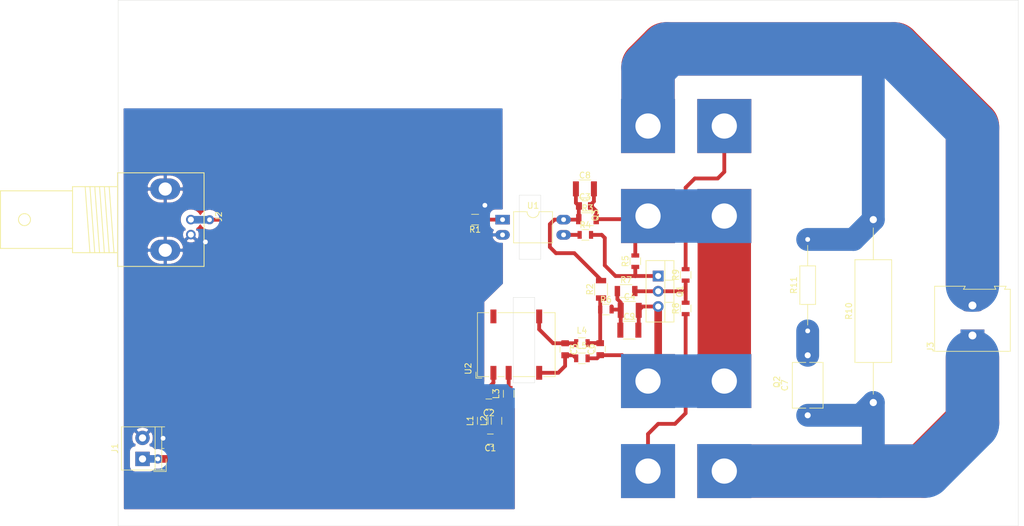
<source format=kicad_pcb>
(kicad_pcb (version 20171130) (host pcbnew 5.1.10-88a1d61d58~88~ubuntu18.04.1)

  (general
    (thickness 1.6)
    (drawings 12)
    (tracks 149)
    (zones 0)
    (modules 33)
    (nets 23)
  )

  (page A4)
  (layers
    (0 F.Cu signal)
    (31 B.Cu signal)
    (32 B.Adhes user)
    (33 F.Adhes user)
    (34 B.Paste user)
    (35 F.Paste user)
    (36 B.SilkS user)
    (37 F.SilkS user)
    (38 B.Mask user)
    (39 F.Mask user)
    (40 Dwgs.User user)
    (41 Cmts.User user)
    (42 Eco1.User user)
    (43 Eco2.User user)
    (44 Edge.Cuts user)
    (45 Margin user)
    (46 B.CrtYd user)
    (47 F.CrtYd user)
    (48 B.Fab user)
    (49 F.Fab user)
  )

  (setup
    (last_trace_width 0.635)
    (user_trace_width 0.635)
    (user_trace_width 1.27)
    (user_trace_width 3.81)
    (user_trace_width 8.89)
    (trace_clearance 0.2)
    (zone_clearance 0.889)
    (zone_45_only no)
    (trace_min 0.2)
    (via_size 0.8)
    (via_drill 0.4)
    (via_min_size 0.4)
    (via_min_drill 0.3)
    (user_via 1.524 0.7874)
    (uvia_size 0.3)
    (uvia_drill 0.1)
    (uvias_allowed no)
    (uvia_min_size 0.2)
    (uvia_min_drill 0.1)
    (edge_width 0.05)
    (segment_width 0.2)
    (pcb_text_width 0.3)
    (pcb_text_size 1.5 1.5)
    (mod_edge_width 0.12)
    (mod_text_size 1 1)
    (mod_text_width 0.15)
    (pad_size 1.524 1.524)
    (pad_drill 0.762)
    (pad_to_mask_clearance 0)
    (aux_axis_origin 98.481578 151.979849)
    (visible_elements FFFFFF7F)
    (pcbplotparams
      (layerselection 0x010fc_ffffffff)
      (usegerberextensions false)
      (usegerberattributes true)
      (usegerberadvancedattributes true)
      (creategerberjobfile true)
      (excludeedgelayer true)
      (linewidth 0.100000)
      (plotframeref false)
      (viasonmask false)
      (mode 1)
      (useauxorigin false)
      (hpglpennumber 1)
      (hpglpenspeed 20)
      (hpglpendiameter 15.000000)
      (psnegative false)
      (psa4output false)
      (plotreference true)
      (plotvalue true)
      (plotinvisibletext false)
      (padsonsilk false)
      (subtractmaskfromsilk false)
      (outputformat 1)
      (mirror false)
      (drillshape 0)
      (scaleselection 1)
      (outputdirectory "gerbers/"))
  )

  (net 0 "")
  (net 1 GND)
  (net 2 "Net-(C1-Pad1)")
  (net 3 "Net-(C2-Pad2)")
  (net 4 "Net-(C2-Pad1)")
  (net 5 GNDD)
  (net 6 "Net-(C3-Pad1)")
  (net 7 "Net-(C4-Pad1)")
  (net 8 "Net-(C5-Pad2)")
  (net 9 "Net-(C5-Pad1)")
  (net 10 +15V)
  (net 11 "Net-(C7-Pad2)")
  (net 12 "Net-(C7-Pad1)")
  (net 13 "Net-(J2-Pad1)")
  (net 14 "Net-(J3-Pad2)")
  (net 15 "Net-(L3-Pad2)")
  (net 16 "Net-(Q1-Pad2)")
  (net 17 "Net-(Q1-Pad1)")
  (net 18 "Net-(R1-Pad1)")
  (net 19 "Net-(U2-Pad14)")
  (net 20 "Net-(Q2-Pad1)")
  (net 21 "Net-(Q3-Pad1)")
  (net 22 "Net-(R4-Pad1)")

  (net_class Default "This is the default net class."
    (clearance 0.2)
    (trace_width 0.25)
    (via_dia 0.8)
    (via_drill 0.4)
    (uvia_dia 0.3)
    (uvia_drill 0.1)
    (add_net +15V)
    (add_net GND)
    (add_net GNDD)
    (add_net "Net-(C1-Pad1)")
    (add_net "Net-(C2-Pad1)")
    (add_net "Net-(C2-Pad2)")
    (add_net "Net-(C3-Pad1)")
    (add_net "Net-(C4-Pad1)")
    (add_net "Net-(C5-Pad1)")
    (add_net "Net-(C5-Pad2)")
    (add_net "Net-(C7-Pad1)")
    (add_net "Net-(C7-Pad2)")
    (add_net "Net-(J2-Pad1)")
    (add_net "Net-(J3-Pad2)")
    (add_net "Net-(L3-Pad2)")
    (add_net "Net-(Q1-Pad1)")
    (add_net "Net-(Q1-Pad2)")
    (add_net "Net-(Q2-Pad1)")
    (add_net "Net-(Q3-Pad1)")
    (add_net "Net-(R1-Pad1)")
    (add_net "Net-(R4-Pad1)")
    (add_net "Net-(U2-Pad14)")
  )

  (module Resistors_SMD:R_1206 (layer F.Cu) (tedit 58E0A804) (tstamp 61551FB2)
    (at 177.20852 100.7618)
    (descr "Resistor SMD 1206, reflow soldering, Vishay (see dcrcw.pdf)")
    (tags "resistor 1206")
    (path /615760A6)
    (attr smd)
    (fp_text reference R3 (at 0 -1.85) (layer F.SilkS)
      (effects (font (size 1 1) (thickness 0.15)))
    )
    (fp_text value R_US (at 0 1.95) (layer F.Fab)
      (effects (font (size 1 1) (thickness 0.15)))
    )
    (fp_text user %R (at 0 0) (layer F.Fab)
      (effects (font (size 0.7 0.7) (thickness 0.105)))
    )
    (fp_line (start -1.6 0.8) (end -1.6 -0.8) (layer F.Fab) (width 0.1))
    (fp_line (start 1.6 0.8) (end -1.6 0.8) (layer F.Fab) (width 0.1))
    (fp_line (start 1.6 -0.8) (end 1.6 0.8) (layer F.Fab) (width 0.1))
    (fp_line (start -1.6 -0.8) (end 1.6 -0.8) (layer F.Fab) (width 0.1))
    (fp_line (start 1 1.07) (end -1 1.07) (layer F.SilkS) (width 0.12))
    (fp_line (start -1 -1.07) (end 1 -1.07) (layer F.SilkS) (width 0.12))
    (fp_line (start -2.15 -1.11) (end 2.15 -1.11) (layer F.CrtYd) (width 0.05))
    (fp_line (start -2.15 -1.11) (end -2.15 1.1) (layer F.CrtYd) (width 0.05))
    (fp_line (start 2.15 1.1) (end 2.15 -1.11) (layer F.CrtYd) (width 0.05))
    (fp_line (start 2.15 1.1) (end -2.15 1.1) (layer F.CrtYd) (width 0.05))
    (pad 2 smd rect (at 1.45 0) (size 0.9 1.7) (layers F.Cu F.Paste F.Mask)
      (net 5 GNDD))
    (pad 1 smd rect (at -1.45 0) (size 0.9 1.7) (layers F.Cu F.Paste F.Mask)
      (net 6 "Net-(C3-Pad1)"))
    (model ${KISYS3DMOD}/Resistors_SMD.3dshapes/R_1206.wrl
      (at (xyz 0 0 0))
      (scale (xyz 1 1 1))
      (rotate (xyz 0 0 0))
    )
  )

  (module Resistors_SMD:R_1206 (layer F.Cu) (tedit 58E0A804) (tstamp 61551FA1)
    (at 179.4637 112.45376 90)
    (descr "Resistor SMD 1206, reflow soldering, Vishay (see dcrcw.pdf)")
    (tags "resistor 1206")
    (path /615763CB)
    (attr smd)
    (fp_text reference R2 (at 0 -1.85 90) (layer F.SilkS)
      (effects (font (size 1 1) (thickness 0.15)))
    )
    (fp_text value R_US (at 0 1.95 90) (layer F.Fab)
      (effects (font (size 1 1) (thickness 0.15)))
    )
    (fp_text user %R (at 0 0 90) (layer F.Fab)
      (effects (font (size 0.7 0.7) (thickness 0.105)))
    )
    (fp_line (start -1.6 0.8) (end -1.6 -0.8) (layer F.Fab) (width 0.1))
    (fp_line (start 1.6 0.8) (end -1.6 0.8) (layer F.Fab) (width 0.1))
    (fp_line (start 1.6 -0.8) (end 1.6 0.8) (layer F.Fab) (width 0.1))
    (fp_line (start -1.6 -0.8) (end 1.6 -0.8) (layer F.Fab) (width 0.1))
    (fp_line (start 1 1.07) (end -1 1.07) (layer F.SilkS) (width 0.12))
    (fp_line (start -1 -1.07) (end 1 -1.07) (layer F.SilkS) (width 0.12))
    (fp_line (start -2.15 -1.11) (end 2.15 -1.11) (layer F.CrtYd) (width 0.05))
    (fp_line (start -2.15 -1.11) (end -2.15 1.1) (layer F.CrtYd) (width 0.05))
    (fp_line (start 2.15 1.1) (end 2.15 -1.11) (layer F.CrtYd) (width 0.05))
    (fp_line (start 2.15 1.1) (end -2.15 1.1) (layer F.CrtYd) (width 0.05))
    (pad 2 smd rect (at 1.45 0 90) (size 0.9 1.7) (layers F.Cu F.Paste F.Mask)
      (net 6 "Net-(C3-Pad1)"))
    (pad 1 smd rect (at -1.45 0 90) (size 0.9 1.7) (layers F.Cu F.Paste F.Mask)
      (net 10 +15V))
    (model ${KISYS3DMOD}/Resistors_SMD.3dshapes/R_1206.wrl
      (at (xyz 0 0 0))
      (scale (xyz 1 1 1))
      (rotate (xyz 0 0 0))
    )
  )

  (module Capacitors_SMD:C_1210 (layer F.Cu) (tedit 58AA84E2) (tstamp 6155E405)
    (at 184.17908 119.253)
    (descr "Capacitor SMD 1210, reflow soldering, AVX (see smccp.pdf)")
    (tags "capacitor 1210")
    (path /61567F45)
    (attr smd)
    (fp_text reference C9 (at 0 -2.25) (layer F.SilkS)
      (effects (font (size 1 1) (thickness 0.15)))
    )
    (fp_text value C (at 0 2.5) (layer F.Fab)
      (effects (font (size 1 1) (thickness 0.15)))
    )
    (fp_text user %R (at 0 -2.25) (layer F.Fab)
      (effects (font (size 1 1) (thickness 0.15)))
    )
    (fp_line (start -1.6 1.25) (end -1.6 -1.25) (layer F.Fab) (width 0.1))
    (fp_line (start 1.6 1.25) (end -1.6 1.25) (layer F.Fab) (width 0.1))
    (fp_line (start 1.6 -1.25) (end 1.6 1.25) (layer F.Fab) (width 0.1))
    (fp_line (start -1.6 -1.25) (end 1.6 -1.25) (layer F.Fab) (width 0.1))
    (fp_line (start 1 -1.48) (end -1 -1.48) (layer F.SilkS) (width 0.12))
    (fp_line (start -1 1.48) (end 1 1.48) (layer F.SilkS) (width 0.12))
    (fp_line (start -2.25 -1.5) (end 2.25 -1.5) (layer F.CrtYd) (width 0.05))
    (fp_line (start -2.25 -1.5) (end -2.25 1.5) (layer F.CrtYd) (width 0.05))
    (fp_line (start 2.25 1.5) (end 2.25 -1.5) (layer F.CrtYd) (width 0.05))
    (fp_line (start 2.25 1.5) (end -2.25 1.5) (layer F.CrtYd) (width 0.05))
    (pad 2 smd rect (at 1.5 0) (size 1 2.5) (layers F.Cu F.Paste F.Mask)
      (net 5 GNDD))
    (pad 1 smd rect (at -1.5 0) (size 1 2.5) (layers F.Cu F.Paste F.Mask)
      (net 7 "Net-(C4-Pad1)"))
    (model Capacitors_SMD.3dshapes/C_1210.wrl
      (at (xyz 0 0 0))
      (scale (xyz 1 1 1))
      (rotate (xyz 0 0 0))
    )
  )

  (module Capacitors_SMD:C_1210 (layer F.Cu) (tedit 58AA84E2) (tstamp 6155E3F4)
    (at 176.77752 95.71228)
    (descr "Capacitor SMD 1210, reflow soldering, AVX (see smccp.pdf)")
    (tags "capacitor 1210")
    (path /61560E02)
    (attr smd)
    (fp_text reference C8 (at 0 -2.25) (layer F.SilkS)
      (effects (font (size 1 1) (thickness 0.15)))
    )
    (fp_text value C (at 0 2.5) (layer F.Fab)
      (effects (font (size 1 1) (thickness 0.15)))
    )
    (fp_text user %R (at 0 -2.25) (layer F.Fab)
      (effects (font (size 1 1) (thickness 0.15)))
    )
    (fp_line (start -1.6 1.25) (end -1.6 -1.25) (layer F.Fab) (width 0.1))
    (fp_line (start 1.6 1.25) (end -1.6 1.25) (layer F.Fab) (width 0.1))
    (fp_line (start 1.6 -1.25) (end 1.6 1.25) (layer F.Fab) (width 0.1))
    (fp_line (start -1.6 -1.25) (end 1.6 -1.25) (layer F.Fab) (width 0.1))
    (fp_line (start 1 -1.48) (end -1 -1.48) (layer F.SilkS) (width 0.12))
    (fp_line (start -1 1.48) (end 1 1.48) (layer F.SilkS) (width 0.12))
    (fp_line (start -2.25 -1.5) (end 2.25 -1.5) (layer F.CrtYd) (width 0.05))
    (fp_line (start -2.25 -1.5) (end -2.25 1.5) (layer F.CrtYd) (width 0.05))
    (fp_line (start 2.25 1.5) (end 2.25 -1.5) (layer F.CrtYd) (width 0.05))
    (fp_line (start 2.25 1.5) (end -2.25 1.5) (layer F.CrtYd) (width 0.05))
    (pad 2 smd rect (at 1.5 0) (size 1 2.5) (layers F.Cu F.Paste F.Mask)
      (net 5 GNDD))
    (pad 1 smd rect (at -1.5 0) (size 1 2.5) (layers F.Cu F.Paste F.Mask)
      (net 6 "Net-(C3-Pad1)"))
    (model Capacitors_SMD.3dshapes/C_1210.wrl
      (at (xyz 0 0 0))
      (scale (xyz 1 1 1))
      (rotate (xyz 0 0 0))
    )
  )

  (module Capacitors_SMD:C_1210 (layer F.Cu) (tedit 58AA84E2) (tstamp 61551E2A)
    (at 184.23636 115.95354)
    (descr "Capacitor SMD 1210, reflow soldering, AVX (see smccp.pdf)")
    (tags "capacitor 1210")
    (path /61593FC8)
    (attr smd)
    (fp_text reference C4 (at 0 -2.25) (layer F.SilkS)
      (effects (font (size 1 1) (thickness 0.15)))
    )
    (fp_text value C (at 0 2.5) (layer F.Fab)
      (effects (font (size 1 1) (thickness 0.15)))
    )
    (fp_text user %R (at 0 -2.25) (layer F.Fab)
      (effects (font (size 1 1) (thickness 0.15)))
    )
    (fp_line (start -1.6 1.25) (end -1.6 -1.25) (layer F.Fab) (width 0.1))
    (fp_line (start 1.6 1.25) (end -1.6 1.25) (layer F.Fab) (width 0.1))
    (fp_line (start 1.6 -1.25) (end 1.6 1.25) (layer F.Fab) (width 0.1))
    (fp_line (start -1.6 -1.25) (end 1.6 -1.25) (layer F.Fab) (width 0.1))
    (fp_line (start 1 -1.48) (end -1 -1.48) (layer F.SilkS) (width 0.12))
    (fp_line (start -1 1.48) (end 1 1.48) (layer F.SilkS) (width 0.12))
    (fp_line (start -2.25 -1.5) (end 2.25 -1.5) (layer F.CrtYd) (width 0.05))
    (fp_line (start -2.25 -1.5) (end -2.25 1.5) (layer F.CrtYd) (width 0.05))
    (fp_line (start 2.25 1.5) (end 2.25 -1.5) (layer F.CrtYd) (width 0.05))
    (fp_line (start 2.25 1.5) (end -2.25 1.5) (layer F.CrtYd) (width 0.05))
    (pad 2 smd rect (at 1.5 0) (size 1 2.5) (layers F.Cu F.Paste F.Mask)
      (net 5 GNDD))
    (pad 1 smd rect (at -1.5 0) (size 1 2.5) (layers F.Cu F.Paste F.Mask)
      (net 7 "Net-(C4-Pad1)"))
    (model Capacitors_SMD.3dshapes/C_1210.wrl
      (at (xyz 0 0 0))
      (scale (xyz 1 1 1))
      (rotate (xyz 0 0 0))
    )
  )

  (module TO_SOT_Packages_THT:TO-220-3_Vertical (layer F.Cu) (tedit 58CE52AD) (tstamp 61557D4E)
    (at 188.976 110.236 270)
    (descr "TO-220-3, Vertical, RM 2.54mm")
    (tags "TO-220-3 Vertical RM 2.54mm")
    (path /6167D0E1)
    (fp_text reference Q1 (at 2.54 -3.62 90) (layer F.SilkS)
      (effects (font (size 1 1) (thickness 0.15)))
    )
    (fp_text value Q_NPN_Darlington_BCE (at 2.54 3.92 90) (layer F.Fab)
      (effects (font (size 1 1) (thickness 0.15)))
    )
    (fp_line (start 7.79 -2.75) (end -2.71 -2.75) (layer F.CrtYd) (width 0.05))
    (fp_line (start 7.79 2.16) (end 7.79 -2.75) (layer F.CrtYd) (width 0.05))
    (fp_line (start -2.71 2.16) (end 7.79 2.16) (layer F.CrtYd) (width 0.05))
    (fp_line (start -2.71 -2.75) (end -2.71 2.16) (layer F.CrtYd) (width 0.05))
    (fp_line (start 4.391 -2.62) (end 4.391 -1.11) (layer F.SilkS) (width 0.12))
    (fp_line (start 0.69 -2.62) (end 0.69 -1.11) (layer F.SilkS) (width 0.12))
    (fp_line (start -2.58 -1.11) (end 7.66 -1.11) (layer F.SilkS) (width 0.12))
    (fp_line (start 7.66 -2.62) (end 7.66 2.021) (layer F.SilkS) (width 0.12))
    (fp_line (start -2.58 -2.62) (end -2.58 2.021) (layer F.SilkS) (width 0.12))
    (fp_line (start -2.58 2.021) (end 7.66 2.021) (layer F.SilkS) (width 0.12))
    (fp_line (start -2.58 -2.62) (end 7.66 -2.62) (layer F.SilkS) (width 0.12))
    (fp_line (start 4.39 -2.5) (end 4.39 -1.23) (layer F.Fab) (width 0.1))
    (fp_line (start 0.69 -2.5) (end 0.69 -1.23) (layer F.Fab) (width 0.1))
    (fp_line (start -2.46 -1.23) (end 7.54 -1.23) (layer F.Fab) (width 0.1))
    (fp_line (start 7.54 -2.5) (end -2.46 -2.5) (layer F.Fab) (width 0.1))
    (fp_line (start 7.54 1.9) (end 7.54 -2.5) (layer F.Fab) (width 0.1))
    (fp_line (start -2.46 1.9) (end 7.54 1.9) (layer F.Fab) (width 0.1))
    (fp_line (start -2.46 -2.5) (end -2.46 1.9) (layer F.Fab) (width 0.1))
    (fp_text user %R (at 2.54 -3.62 90) (layer F.Fab)
      (effects (font (size 1 1) (thickness 0.15)))
    )
    (pad 3 thru_hole oval (at 5.08 0 270) (size 1.8 1.8) (drill 1) (layers *.Cu *.Mask)
      (net 5 GNDD))
    (pad 2 thru_hole oval (at 2.54 0 270) (size 1.8 1.8) (drill 1) (layers *.Cu *.Mask)
      (net 16 "Net-(Q1-Pad2)"))
    (pad 1 thru_hole rect (at 0 0 270) (size 1.8 1.8) (drill 1) (layers *.Cu *.Mask)
      (net 17 "Net-(Q1-Pad1)"))
    (model ${KISYS3DMOD}/TO_SOT_Packages_THT.3dshapes/TO-220-3_Vertical.wrl
      (offset (xyz 2.539999961853027 0 0))
      (scale (xyz 0.393701 0.393701 0.393701))
      (rotate (xyz 0 0 0))
    )
  )

  (module Coil_speedifier:STE250NS10 (layer F.Cu) (tedit 6154D1C5) (tstamp 615547E2)
    (at 193.634 92.74 270)
    (path /61639E37)
    (fp_text reference Q3 (at 7.366 15.113 90) (layer F.SilkS)
      (effects (font (size 1 1) (thickness 0.15)))
    )
    (fp_text value Q_NMOS_GDS (at 8.001 13.843 90) (layer F.Fab)
      (effects (font (size 1 1) (thickness 0.15)))
    )
    (fp_circle (center 14.605 0) (end 16.383 -0.508) (layer Dwgs.User) (width 0.12))
    (fp_text user 1 (at -12.827 -12.7 90) (layer Dwgs.User)
      (effects (font (size 1 1) (thickness 0.15)))
    )
    (pad 3 thru_hole rect (at 7.5 -6.35 270) (size 9 9) (drill 4.2) (layers *.Cu *.Mask)
      (net 5 GNDD))
    (pad 3 thru_hole rect (at 7.5 6.35 270) (size 9 9) (drill 4.2) (layers *.Cu *.Mask)
      (net 5 GNDD))
    (pad 2 thru_hole rect (at -7.5 6.35 270) (size 9 9) (drill 4.2) (layers *.Cu *.Mask)
      (net 14 "Net-(J3-Pad2)"))
    (pad 1 thru_hole rect (at -7.5 -6.35 270) (size 9 9) (drill 4.2) (layers *.Cu *.Mask)
      (net 21 "Net-(Q3-Pad1)"))
  )

  (module Coil_speedifier:STE250NS10 (layer F.Cu) (tedit 6154D1C5) (tstamp 615547D8)
    (at 193.634 135.24 90)
    (path /61638E8A)
    (fp_text reference Q2 (at 7.366 15.113 90) (layer F.SilkS)
      (effects (font (size 1 1) (thickness 0.15)))
    )
    (fp_text value Q_NMOS_GDS (at 8.001 13.843 90) (layer F.Fab)
      (effects (font (size 1 1) (thickness 0.15)))
    )
    (fp_circle (center 14.605 0) (end 16.383 -0.508) (layer Dwgs.User) (width 0.12))
    (fp_text user 1 (at -12.827 -12.7 90) (layer Dwgs.User)
      (effects (font (size 1 1) (thickness 0.15)))
    )
    (pad 3 thru_hole rect (at 7.5 -6.35 90) (size 9 9) (drill 4.2) (layers *.Cu *.Mask)
      (net 5 GNDD))
    (pad 3 thru_hole rect (at 7.5 6.35 90) (size 9 9) (drill 4.2) (layers *.Cu *.Mask)
      (net 5 GNDD))
    (pad 2 thru_hole rect (at -7.5 6.35 90) (size 9 9) (drill 4.2) (layers *.Cu *.Mask)
      (net 12 "Net-(C7-Pad1)"))
    (pad 1 thru_hole rect (at -7.5 -6.35 90) (size 9 9) (drill 4.2) (layers *.Cu *.Mask)
      (net 20 "Net-(Q2-Pad1)"))
  )

  (module Housings_DIP:DIP-4_W10.16mm_LongPads (layer F.Cu) (tedit 59C78D6B) (tstamp 6155339B)
    (at 163.068 100.838)
    (descr "4-lead though-hole mounted DIP package, row spacing 10.16 mm (400 mils), LongPads")
    (tags "THT DIP DIL PDIP 2.54mm 10.16mm 400mil LongPads")
    (path /61553DE5)
    (fp_text reference U1 (at 5.08 -2.33) (layer F.SilkS)
      (effects (font (size 1 1) (thickness 0.15)))
    )
    (fp_text value LTV-817 (at 5.08 4.87) (layer F.Fab)
      (effects (font (size 1 1) (thickness 0.15)))
    )
    (fp_line (start 11.65 -1.55) (end -1.5 -1.55) (layer F.CrtYd) (width 0.05))
    (fp_line (start 11.65 4.1) (end 11.65 -1.55) (layer F.CrtYd) (width 0.05))
    (fp_line (start -1.5 4.1) (end 11.65 4.1) (layer F.CrtYd) (width 0.05))
    (fp_line (start -1.5 -1.55) (end -1.5 4.1) (layer F.CrtYd) (width 0.05))
    (fp_line (start 8.315 -1.33) (end 6.08 -1.33) (layer F.SilkS) (width 0.12))
    (fp_line (start 8.315 3.87) (end 8.315 -1.33) (layer F.SilkS) (width 0.12))
    (fp_line (start 1.845 3.87) (end 8.315 3.87) (layer F.SilkS) (width 0.12))
    (fp_line (start 1.845 -1.33) (end 1.845 3.87) (layer F.SilkS) (width 0.12))
    (fp_line (start 4.08 -1.33) (end 1.845 -1.33) (layer F.SilkS) (width 0.12))
    (fp_line (start 1.905 -0.27) (end 2.905 -1.27) (layer F.Fab) (width 0.1))
    (fp_line (start 1.905 3.81) (end 1.905 -0.27) (layer F.Fab) (width 0.1))
    (fp_line (start 8.255 3.81) (end 1.905 3.81) (layer F.Fab) (width 0.1))
    (fp_line (start 8.255 -1.27) (end 8.255 3.81) (layer F.Fab) (width 0.1))
    (fp_line (start 2.905 -1.27) (end 8.255 -1.27) (layer F.Fab) (width 0.1))
    (fp_text user %R (at 5.08 1.27) (layer F.Fab)
      (effects (font (size 1 1) (thickness 0.15)))
    )
    (fp_arc (start 5.08 -1.33) (end 4.08 -1.33) (angle -180) (layer F.SilkS) (width 0.12))
    (pad 4 thru_hole oval (at 10.16 0) (size 2.4 1.6) (drill 0.8) (layers *.Cu *.Mask)
      (net 6 "Net-(C3-Pad1)"))
    (pad 2 thru_hole oval (at 0 2.54) (size 2.4 1.6) (drill 0.8) (layers *.Cu *.Mask)
      (net 1 GND))
    (pad 3 thru_hole oval (at 10.16 2.54) (size 2.4 1.6) (drill 0.8) (layers *.Cu *.Mask)
      (net 22 "Net-(R4-Pad1)"))
    (pad 1 thru_hole rect (at 0 0) (size 2.4 1.6) (drill 0.8) (layers *.Cu *.Mask)
      (net 18 "Net-(R1-Pad1)"))
    (model ${KISYS3DMOD}/Housings_DIP.3dshapes/DIP-4_W10.16mm.wrl
      (at (xyz 0 0 0))
      (scale (xyz 1 1 1))
      (rotate (xyz 0 0 0))
    )
  )

  (module Converters_DCDC_ACDC:DCDC-Conv_muRata_NXE2SxxxxMC (layer F.Cu) (tedit 59F5B5FD) (tstamp 61552067)
    (at 165.354 121.666 90)
    (descr "Isolated 2W Single Output SM DC/DC Converters, http://power.murata.com/data/power/ncl/kdc_nxe2.pdf")
    (tags "Isolated 2W Single Output SM DC/DC Converters")
    (path /61560F24)
    (attr smd)
    (fp_text reference U2 (at -4 -8 90) (layer F.SilkS)
      (effects (font (size 1 1) (thickness 0.15)))
    )
    (fp_text value PDS1-S15-S15-M (at 0 8 90) (layer F.Fab)
      (effects (font (size 1 1) (thickness 0.15)))
    )
    (fp_line (start -6.858 3.302) (end -6.858 -0.762) (layer Dwgs.User) (width 0.12))
    (fp_line (start 6.858 3.302) (end -6.858 3.302) (layer Dwgs.User) (width 0.12))
    (fp_line (start 6.858 -0.762) (end 6.858 3.302) (layer Dwgs.User) (width 0.12))
    (fp_line (start -6.858 -0.762) (end 6.858 -0.762) (layer Dwgs.User) (width 0.12))
    (fp_line (start -6.1 6.6) (end -6.1 -6.6) (layer F.CrtYd) (width 0.05))
    (fp_line (start 6.1 6.6) (end -6.1 6.6) (layer F.CrtYd) (width 0.05))
    (fp_line (start 6.1 -6.6) (end 6.1 6.6) (layer F.CrtYd) (width 0.05))
    (fp_line (start 6.1 -6.6) (end -6.1 -6.6) (layer F.CrtYd) (width 0.05))
    (fp_line (start -5.327 6.47) (end -5.327 4.51) (layer F.SilkS) (width 0.12))
    (fp_line (start -5.327 3.11) (end -5.327 -0.57) (layer F.SilkS) (width 0.12))
    (fp_line (start -5.327 -1.97) (end -5.327 -3.11) (layer F.SilkS) (width 0.12))
    (fp_line (start 5.32 4.51) (end 5.327 6.47) (layer F.SilkS) (width 0.12))
    (fp_line (start 5.327 -3.11) (end 5.327 3.11) (layer F.SilkS) (width 0.12))
    (fp_line (start -5.577 -6.72) (end -5.577 -5.72) (layer F.SilkS) (width 0.12))
    (fp_line (start -4.577 -6.72) (end -5.577 -6.72) (layer F.SilkS) (width 0.12))
    (fp_line (start -5.327 -4.51) (end -5.327 -6.47) (layer F.SilkS) (width 0.12))
    (fp_line (start 5.327 6.47) (end -5.327 6.47) (layer F.SilkS) (width 0.12))
    (fp_line (start 5.327 -6.47) (end 5.327 -4.51) (layer F.SilkS) (width 0.12))
    (fp_line (start -5.327 -6.47) (end 5.327 -6.47) (layer F.SilkS) (width 0.12))
    (fp_line (start -3.937 -6.35) (end -5.207 -5.08) (layer F.Fab) (width 0.1))
    (fp_line (start -5.207 6.35) (end -5.207 -5.08) (layer F.Fab) (width 0.1))
    (fp_line (start 5.207 6.35) (end -5.207 6.35) (layer F.Fab) (width 0.1))
    (fp_line (start 5.207 -6.35) (end 5.207 6.35) (layer F.Fab) (width 0.1))
    (fp_line (start -3.937 -6.35) (end 5.207 -6.35) (layer F.Fab) (width 0.1))
    (fp_text user Keepout (at 0.254 2.032 90) (layer Dwgs.User)
      (effects (font (size 1 1) (thickness 0.15)))
    )
    (fp_text user %R (at 0 0 90) (layer F.Fab)
      (effects (font (size 1 1) (thickness 0.15)))
    )
    (pad 8 smd rect (at 4.7 3.81) (size 1 2.3) (layers F.Cu F.Paste F.Mask)
      (net 9 "Net-(C5-Pad1)"))
    (pad 14 smd rect (at 4.7 -3.81) (size 1 2.3) (layers F.Cu F.Paste F.Mask)
      (net 19 "Net-(U2-Pad14)"))
    (pad 7 smd rect (at -4.7 3.81) (size 1 2.3) (layers F.Cu F.Paste F.Mask)
      (net 8 "Net-(C5-Pad2)"))
    (pad 3 smd rect (at -4.7 -1.27) (size 1 2.3) (layers F.Cu F.Paste F.Mask)
      (net 15 "Net-(L3-Pad2)"))
    (pad 1 smd rect (at -4.7 -3.81) (size 1 2.3) (layers F.Cu F.Paste F.Mask)
      (net 3 "Net-(C2-Pad2)"))
    (model ${KISYS3DMOD}/Converters_DCDC_ACDC.3dshapes/DCDC-Conv_muRata_NXE2SxxxxMC.wrl
      (at (xyz 0 0 0))
      (scale (xyz 1 1 1))
      (rotate (xyz 0 0 0))
    )
  )

  (module Resistors_THT:R_Axial_DIN0207_L6.3mm_D2.5mm_P15.24mm_Horizontal (layer F.Cu) (tedit 5874F706) (tstamp 61552044)
    (at 213.868 119.38 90)
    (descr "Resistor, Axial_DIN0207 series, Axial, Horizontal, pin pitch=15.24mm, 0.25W = 1/4W, length*diameter=6.3*2.5mm^2, http://cdn-reichelt.de/documents/datenblatt/B400/1_4W%23YAG.pdf")
    (tags "Resistor Axial_DIN0207 series Axial Horizontal pin pitch 15.24mm 0.25W = 1/4W length 6.3mm diameter 2.5mm")
    (path /6156DBA4)
    (fp_text reference R11 (at 7.62 -2.31 90) (layer F.SilkS)
      (effects (font (size 1 1) (thickness 0.15)))
    )
    (fp_text value R_US (at 7.62 2.31 90) (layer F.Fab)
      (effects (font (size 1 1) (thickness 0.15)))
    )
    (fp_line (start 16.3 -1.6) (end -1.05 -1.6) (layer F.CrtYd) (width 0.05))
    (fp_line (start 16.3 1.6) (end 16.3 -1.6) (layer F.CrtYd) (width 0.05))
    (fp_line (start -1.05 1.6) (end 16.3 1.6) (layer F.CrtYd) (width 0.05))
    (fp_line (start -1.05 -1.6) (end -1.05 1.6) (layer F.CrtYd) (width 0.05))
    (fp_line (start 14.26 0) (end 10.83 0) (layer F.SilkS) (width 0.12))
    (fp_line (start 0.98 0) (end 4.41 0) (layer F.SilkS) (width 0.12))
    (fp_line (start 10.83 -1.31) (end 4.41 -1.31) (layer F.SilkS) (width 0.12))
    (fp_line (start 10.83 1.31) (end 10.83 -1.31) (layer F.SilkS) (width 0.12))
    (fp_line (start 4.41 1.31) (end 10.83 1.31) (layer F.SilkS) (width 0.12))
    (fp_line (start 4.41 -1.31) (end 4.41 1.31) (layer F.SilkS) (width 0.12))
    (fp_line (start 15.24 0) (end 10.77 0) (layer F.Fab) (width 0.1))
    (fp_line (start 0 0) (end 4.47 0) (layer F.Fab) (width 0.1))
    (fp_line (start 10.77 -1.25) (end 4.47 -1.25) (layer F.Fab) (width 0.1))
    (fp_line (start 10.77 1.25) (end 10.77 -1.25) (layer F.Fab) (width 0.1))
    (fp_line (start 4.47 1.25) (end 10.77 1.25) (layer F.Fab) (width 0.1))
    (fp_line (start 4.47 -1.25) (end 4.47 1.25) (layer F.Fab) (width 0.1))
    (pad 2 thru_hole oval (at 15.24 0 90) (size 1.6 1.6) (drill 0.8) (layers *.Cu *.Mask)
      (net 14 "Net-(J3-Pad2)"))
    (pad 1 thru_hole circle (at 0 0 90) (size 1.6 1.6) (drill 0.8) (layers *.Cu *.Mask)
      (net 11 "Net-(C7-Pad2)"))
    (model ${KISYS3DMOD}/Resistors_THT.3dshapes/R_Axial_DIN0207_L6.3mm_D2.5mm_P15.24mm_Horizontal.wrl
      (at (xyz 0 0 0))
      (scale (xyz 0.393701 0.393701 0.393701))
      (rotate (xyz 0 0 0))
    )
  )

  (module Resistors_THT:R_Axial_DIN0617_L17.0mm_D6.0mm_P30.48mm_Horizontal (layer F.Cu) (tedit 5874F706) (tstamp 615563E6)
    (at 224.79 131.318 90)
    (descr "Resistor, Axial_DIN0617 series, Axial, Horizontal, pin pitch=30.48mm, 2W, length*diameter=17*6mm^2, http://www.vishay.com/docs/20128/wkxwrx.pdf")
    (tags "Resistor Axial_DIN0617 series Axial Horizontal pin pitch 30.48mm 2W length 17mm diameter 6mm")
    (path /6156D7AF)
    (fp_text reference R10 (at 15.24 -4.06 90) (layer F.SilkS)
      (effects (font (size 1 1) (thickness 0.15)))
    )
    (fp_text value R_US (at 15.24 4.06 90) (layer F.Fab)
      (effects (font (size 1 1) (thickness 0.15)))
    )
    (fp_line (start 31.95 -3.35) (end -1.45 -3.35) (layer F.CrtYd) (width 0.05))
    (fp_line (start 31.95 3.35) (end 31.95 -3.35) (layer F.CrtYd) (width 0.05))
    (fp_line (start -1.45 3.35) (end 31.95 3.35) (layer F.CrtYd) (width 0.05))
    (fp_line (start -1.45 -3.35) (end -1.45 3.35) (layer F.CrtYd) (width 0.05))
    (fp_line (start 29.1 0) (end 23.8 0) (layer F.SilkS) (width 0.12))
    (fp_line (start 1.38 0) (end 6.68 0) (layer F.SilkS) (width 0.12))
    (fp_line (start 23.8 -3.06) (end 6.68 -3.06) (layer F.SilkS) (width 0.12))
    (fp_line (start 23.8 3.06) (end 23.8 -3.06) (layer F.SilkS) (width 0.12))
    (fp_line (start 6.68 3.06) (end 23.8 3.06) (layer F.SilkS) (width 0.12))
    (fp_line (start 6.68 -3.06) (end 6.68 3.06) (layer F.SilkS) (width 0.12))
    (fp_line (start 30.48 0) (end 23.74 0) (layer F.Fab) (width 0.1))
    (fp_line (start 0 0) (end 6.74 0) (layer F.Fab) (width 0.1))
    (fp_line (start 23.74 -3) (end 6.74 -3) (layer F.Fab) (width 0.1))
    (fp_line (start 23.74 3) (end 23.74 -3) (layer F.Fab) (width 0.1))
    (fp_line (start 6.74 3) (end 23.74 3) (layer F.Fab) (width 0.1))
    (fp_line (start 6.74 -3) (end 6.74 3) (layer F.Fab) (width 0.1))
    (pad 2 thru_hole oval (at 30.48 0 90) (size 2.4 2.4) (drill 1.2) (layers *.Cu *.Mask)
      (net 14 "Net-(J3-Pad2)"))
    (pad 1 thru_hole circle (at 0 0 90) (size 2.4 2.4) (drill 1.2) (layers *.Cu *.Mask)
      (net 12 "Net-(C7-Pad1)"))
    (model ${KISYS3DMOD}/Resistors_THT.3dshapes/R_Axial_DIN0617_L17.0mm_D6.0mm_P30.48mm_Horizontal.wrl
      (at (xyz 0 0 0))
      (scale (xyz 0.393701 0.393701 0.393701))
      (rotate (xyz 0 0 0))
    )
  )

  (module Resistors_SMD:R_0805 (layer F.Cu) (tedit 58E0A804) (tstamp 61552018)
    (at 193.548 110.048 90)
    (descr "Resistor SMD 0805, reflow soldering, Vishay (see dcrcw.pdf)")
    (tags "resistor 0805")
    (path /6156B8A2)
    (attr smd)
    (fp_text reference R9 (at 0 -1.65 90) (layer F.SilkS)
      (effects (font (size 1 1) (thickness 0.15)))
    )
    (fp_text value R_US (at 0 1.75 90) (layer F.Fab)
      (effects (font (size 1 1) (thickness 0.15)))
    )
    (fp_line (start 1.55 0.9) (end -1.55 0.9) (layer F.CrtYd) (width 0.05))
    (fp_line (start 1.55 0.9) (end 1.55 -0.9) (layer F.CrtYd) (width 0.05))
    (fp_line (start -1.55 -0.9) (end -1.55 0.9) (layer F.CrtYd) (width 0.05))
    (fp_line (start -1.55 -0.9) (end 1.55 -0.9) (layer F.CrtYd) (width 0.05))
    (fp_line (start -0.6 -0.88) (end 0.6 -0.88) (layer F.SilkS) (width 0.12))
    (fp_line (start 0.6 0.88) (end -0.6 0.88) (layer F.SilkS) (width 0.12))
    (fp_line (start -1 -0.62) (end 1 -0.62) (layer F.Fab) (width 0.1))
    (fp_line (start 1 -0.62) (end 1 0.62) (layer F.Fab) (width 0.1))
    (fp_line (start 1 0.62) (end -1 0.62) (layer F.Fab) (width 0.1))
    (fp_line (start -1 0.62) (end -1 -0.62) (layer F.Fab) (width 0.1))
    (fp_text user %R (at 0 0 90) (layer F.Fab)
      (effects (font (size 0.5 0.5) (thickness 0.075)))
    )
    (pad 2 smd rect (at 0.95 0 90) (size 0.7 1.3) (layers F.Cu F.Paste F.Mask)
      (net 21 "Net-(Q3-Pad1)"))
    (pad 1 smd rect (at -0.95 0 90) (size 0.7 1.3) (layers F.Cu F.Paste F.Mask)
      (net 16 "Net-(Q1-Pad2)"))
    (model ${KISYS3DMOD}/Resistors_SMD.3dshapes/R_0805.wrl
      (at (xyz 0 0 0))
      (scale (xyz 1 1 1))
      (rotate (xyz 0 0 0))
    )
  )

  (module Resistors_SMD:R_0805 (layer F.Cu) (tedit 58E0A804) (tstamp 61553F40)
    (at 193.548 115.636 90)
    (descr "Resistor SMD 0805, reflow soldering, Vishay (see dcrcw.pdf)")
    (tags "resistor 0805")
    (path /6156B3D8)
    (attr smd)
    (fp_text reference R8 (at 0 -1.65 90) (layer F.SilkS)
      (effects (font (size 1 1) (thickness 0.15)))
    )
    (fp_text value R_US (at 0 1.75 90) (layer F.Fab)
      (effects (font (size 1 1) (thickness 0.15)))
    )
    (fp_line (start 1.55 0.9) (end -1.55 0.9) (layer F.CrtYd) (width 0.05))
    (fp_line (start 1.55 0.9) (end 1.55 -0.9) (layer F.CrtYd) (width 0.05))
    (fp_line (start -1.55 -0.9) (end -1.55 0.9) (layer F.CrtYd) (width 0.05))
    (fp_line (start -1.55 -0.9) (end 1.55 -0.9) (layer F.CrtYd) (width 0.05))
    (fp_line (start -0.6 -0.88) (end 0.6 -0.88) (layer F.SilkS) (width 0.12))
    (fp_line (start 0.6 0.88) (end -0.6 0.88) (layer F.SilkS) (width 0.12))
    (fp_line (start -1 -0.62) (end 1 -0.62) (layer F.Fab) (width 0.1))
    (fp_line (start 1 -0.62) (end 1 0.62) (layer F.Fab) (width 0.1))
    (fp_line (start 1 0.62) (end -1 0.62) (layer F.Fab) (width 0.1))
    (fp_line (start -1 0.62) (end -1 -0.62) (layer F.Fab) (width 0.1))
    (fp_text user %R (at 0 0 90) (layer F.Fab)
      (effects (font (size 0.5 0.5) (thickness 0.075)))
    )
    (pad 2 smd rect (at 0.95 0 90) (size 0.7 1.3) (layers F.Cu F.Paste F.Mask)
      (net 16 "Net-(Q1-Pad2)"))
    (pad 1 smd rect (at -0.95 0 90) (size 0.7 1.3) (layers F.Cu F.Paste F.Mask)
      (net 20 "Net-(Q2-Pad1)"))
    (model ${KISYS3DMOD}/Resistors_SMD.3dshapes/R_0805.wrl
      (at (xyz 0 0 0))
      (scale (xyz 1 1 1))
      (rotate (xyz 0 0 0))
    )
  )

  (module Resistors_SMD:R_1206 (layer F.Cu) (tedit 58E0A804) (tstamp 61551FF6)
    (at 183.634 112.74)
    (descr "Resistor SMD 1206, reflow soldering, Vishay (see dcrcw.pdf)")
    (tags "resistor 1206")
    (path /6158FE38)
    (attr smd)
    (fp_text reference R7 (at 0 -1.85) (layer F.SilkS)
      (effects (font (size 1 1) (thickness 0.15)))
    )
    (fp_text value R_US (at 0 1.95) (layer F.Fab)
      (effects (font (size 1 1) (thickness 0.15)))
    )
    (fp_line (start 2.15 1.1) (end -2.15 1.1) (layer F.CrtYd) (width 0.05))
    (fp_line (start 2.15 1.1) (end 2.15 -1.11) (layer F.CrtYd) (width 0.05))
    (fp_line (start -2.15 -1.11) (end -2.15 1.1) (layer F.CrtYd) (width 0.05))
    (fp_line (start -2.15 -1.11) (end 2.15 -1.11) (layer F.CrtYd) (width 0.05))
    (fp_line (start -1 -1.07) (end 1 -1.07) (layer F.SilkS) (width 0.12))
    (fp_line (start 1 1.07) (end -1 1.07) (layer F.SilkS) (width 0.12))
    (fp_line (start -1.6 -0.8) (end 1.6 -0.8) (layer F.Fab) (width 0.1))
    (fp_line (start 1.6 -0.8) (end 1.6 0.8) (layer F.Fab) (width 0.1))
    (fp_line (start 1.6 0.8) (end -1.6 0.8) (layer F.Fab) (width 0.1))
    (fp_line (start -1.6 0.8) (end -1.6 -0.8) (layer F.Fab) (width 0.1))
    (fp_text user %R (at 0 0) (layer F.Fab)
      (effects (font (size 0.7 0.7) (thickness 0.105)))
    )
    (pad 2 smd rect (at 1.45 0) (size 0.9 1.7) (layers F.Cu F.Paste F.Mask)
      (net 16 "Net-(Q1-Pad2)"))
    (pad 1 smd rect (at -1.45 0) (size 0.9 1.7) (layers F.Cu F.Paste F.Mask)
      (net 7 "Net-(C4-Pad1)"))
    (model ${KISYS3DMOD}/Resistors_SMD.3dshapes/R_1206.wrl
      (at (xyz 0 0 0))
      (scale (xyz 1 1 1))
      (rotate (xyz 0 0 0))
    )
  )

  (module Resistors_SMD:R_0805 (layer F.Cu) (tedit 58E0A804) (tstamp 61551FE5)
    (at 180.274 115.824)
    (descr "Resistor SMD 0805, reflow soldering, Vishay (see dcrcw.pdf)")
    (tags "resistor 0805")
    (path /61591318)
    (attr smd)
    (fp_text reference R6 (at 0 -1.65) (layer F.SilkS)
      (effects (font (size 1 1) (thickness 0.15)))
    )
    (fp_text value R_US (at 0 1.75) (layer F.Fab)
      (effects (font (size 1 1) (thickness 0.15)))
    )
    (fp_line (start 1.55 0.9) (end -1.55 0.9) (layer F.CrtYd) (width 0.05))
    (fp_line (start 1.55 0.9) (end 1.55 -0.9) (layer F.CrtYd) (width 0.05))
    (fp_line (start -1.55 -0.9) (end -1.55 0.9) (layer F.CrtYd) (width 0.05))
    (fp_line (start -1.55 -0.9) (end 1.55 -0.9) (layer F.CrtYd) (width 0.05))
    (fp_line (start -0.6 -0.88) (end 0.6 -0.88) (layer F.SilkS) (width 0.12))
    (fp_line (start 0.6 0.88) (end -0.6 0.88) (layer F.SilkS) (width 0.12))
    (fp_line (start -1 -0.62) (end 1 -0.62) (layer F.Fab) (width 0.1))
    (fp_line (start 1 -0.62) (end 1 0.62) (layer F.Fab) (width 0.1))
    (fp_line (start 1 0.62) (end -1 0.62) (layer F.Fab) (width 0.1))
    (fp_line (start -1 0.62) (end -1 -0.62) (layer F.Fab) (width 0.1))
    (fp_text user %R (at 0 0) (layer F.Fab)
      (effects (font (size 0.5 0.5) (thickness 0.075)))
    )
    (pad 2 smd rect (at 0.95 0) (size 0.7 1.3) (layers F.Cu F.Paste F.Mask)
      (net 7 "Net-(C4-Pad1)"))
    (pad 1 smd rect (at -0.95 0) (size 0.7 1.3) (layers F.Cu F.Paste F.Mask)
      (net 10 +15V))
    (model ${KISYS3DMOD}/Resistors_SMD.3dshapes/R_0805.wrl
      (at (xyz 0 0 0))
      (scale (xyz 1 1 1))
      (rotate (xyz 0 0 0))
    )
  )

  (module Resistors_SMD:R_0805 (layer F.Cu) (tedit 58E0A804) (tstamp 61551FD4)
    (at 185.166 107.762 90)
    (descr "Resistor SMD 0805, reflow soldering, Vishay (see dcrcw.pdf)")
    (tags "resistor 0805")
    (path /615566CA)
    (attr smd)
    (fp_text reference R5 (at 0 -1.65 90) (layer F.SilkS)
      (effects (font (size 1 1) (thickness 0.15)))
    )
    (fp_text value R_US (at 0 1.75 90) (layer F.Fab)
      (effects (font (size 1 1) (thickness 0.15)))
    )
    (fp_line (start 1.55 0.9) (end -1.55 0.9) (layer F.CrtYd) (width 0.05))
    (fp_line (start 1.55 0.9) (end 1.55 -0.9) (layer F.CrtYd) (width 0.05))
    (fp_line (start -1.55 -0.9) (end -1.55 0.9) (layer F.CrtYd) (width 0.05))
    (fp_line (start -1.55 -0.9) (end 1.55 -0.9) (layer F.CrtYd) (width 0.05))
    (fp_line (start -0.6 -0.88) (end 0.6 -0.88) (layer F.SilkS) (width 0.12))
    (fp_line (start 0.6 0.88) (end -0.6 0.88) (layer F.SilkS) (width 0.12))
    (fp_line (start -1 -0.62) (end 1 -0.62) (layer F.Fab) (width 0.1))
    (fp_line (start 1 -0.62) (end 1 0.62) (layer F.Fab) (width 0.1))
    (fp_line (start 1 0.62) (end -1 0.62) (layer F.Fab) (width 0.1))
    (fp_line (start -1 0.62) (end -1 -0.62) (layer F.Fab) (width 0.1))
    (fp_text user %R (at 0 0 90) (layer F.Fab)
      (effects (font (size 0.5 0.5) (thickness 0.075)))
    )
    (pad 2 smd rect (at 0.95 0 90) (size 0.7 1.3) (layers F.Cu F.Paste F.Mask)
      (net 5 GNDD))
    (pad 1 smd rect (at -0.95 0 90) (size 0.7 1.3) (layers F.Cu F.Paste F.Mask)
      (net 17 "Net-(Q1-Pad1)"))
    (model ${KISYS3DMOD}/Resistors_SMD.3dshapes/R_0805.wrl
      (at (xyz 0 0 0))
      (scale (xyz 1 1 1))
      (rotate (xyz 0 0 0))
    )
  )

  (module Resistors_SMD:R_0805 (layer F.Cu) (tedit 58E0A804) (tstamp 61551FC3)
    (at 176.85 103.378)
    (descr "Resistor SMD 0805, reflow soldering, Vishay (see dcrcw.pdf)")
    (tags "resistor 0805")
    (path /615733BA)
    (attr smd)
    (fp_text reference R4 (at 0 -1.65) (layer F.SilkS)
      (effects (font (size 1 1) (thickness 0.15)))
    )
    (fp_text value R_US (at 0 1.75) (layer F.Fab)
      (effects (font (size 1 1) (thickness 0.15)))
    )
    (fp_line (start 1.55 0.9) (end -1.55 0.9) (layer F.CrtYd) (width 0.05))
    (fp_line (start 1.55 0.9) (end 1.55 -0.9) (layer F.CrtYd) (width 0.05))
    (fp_line (start -1.55 -0.9) (end -1.55 0.9) (layer F.CrtYd) (width 0.05))
    (fp_line (start -1.55 -0.9) (end 1.55 -0.9) (layer F.CrtYd) (width 0.05))
    (fp_line (start -0.6 -0.88) (end 0.6 -0.88) (layer F.SilkS) (width 0.12))
    (fp_line (start 0.6 0.88) (end -0.6 0.88) (layer F.SilkS) (width 0.12))
    (fp_line (start -1 -0.62) (end 1 -0.62) (layer F.Fab) (width 0.1))
    (fp_line (start 1 -0.62) (end 1 0.62) (layer F.Fab) (width 0.1))
    (fp_line (start 1 0.62) (end -1 0.62) (layer F.Fab) (width 0.1))
    (fp_line (start -1 0.62) (end -1 -0.62) (layer F.Fab) (width 0.1))
    (fp_text user %R (at 0 0) (layer F.Fab)
      (effects (font (size 0.5 0.5) (thickness 0.075)))
    )
    (pad 2 smd rect (at 0.95 0) (size 0.7 1.3) (layers F.Cu F.Paste F.Mask)
      (net 17 "Net-(Q1-Pad1)"))
    (pad 1 smd rect (at -0.95 0) (size 0.7 1.3) (layers F.Cu F.Paste F.Mask)
      (net 22 "Net-(R4-Pad1)"))
    (model ${KISYS3DMOD}/Resistors_SMD.3dshapes/R_0805.wrl
      (at (xyz 0 0 0))
      (scale (xyz 1 1 1))
      (rotate (xyz 0 0 0))
    )
  )

  (module Resistors_SMD:R_0805 (layer F.Cu) (tedit 58E0A804) (tstamp 61551F90)
    (at 158.496 100.838 180)
    (descr "Resistor SMD 0805, reflow soldering, Vishay (see dcrcw.pdf)")
    (tags "resistor 0805")
    (path /6158B6C0)
    (attr smd)
    (fp_text reference R1 (at 0 -1.65) (layer F.SilkS)
      (effects (font (size 1 1) (thickness 0.15)))
    )
    (fp_text value R_US (at 0 1.75) (layer F.Fab)
      (effects (font (size 1 1) (thickness 0.15)))
    )
    (fp_line (start 1.55 0.9) (end -1.55 0.9) (layer F.CrtYd) (width 0.05))
    (fp_line (start 1.55 0.9) (end 1.55 -0.9) (layer F.CrtYd) (width 0.05))
    (fp_line (start -1.55 -0.9) (end -1.55 0.9) (layer F.CrtYd) (width 0.05))
    (fp_line (start -1.55 -0.9) (end 1.55 -0.9) (layer F.CrtYd) (width 0.05))
    (fp_line (start -0.6 -0.88) (end 0.6 -0.88) (layer F.SilkS) (width 0.12))
    (fp_line (start 0.6 0.88) (end -0.6 0.88) (layer F.SilkS) (width 0.12))
    (fp_line (start -1 -0.62) (end 1 -0.62) (layer F.Fab) (width 0.1))
    (fp_line (start 1 -0.62) (end 1 0.62) (layer F.Fab) (width 0.1))
    (fp_line (start 1 0.62) (end -1 0.62) (layer F.Fab) (width 0.1))
    (fp_line (start -1 0.62) (end -1 -0.62) (layer F.Fab) (width 0.1))
    (fp_text user %R (at 0 0) (layer F.Fab)
      (effects (font (size 0.5 0.5) (thickness 0.075)))
    )
    (pad 2 smd rect (at 0.95 0 180) (size 0.7 1.3) (layers F.Cu F.Paste F.Mask)
      (net 13 "Net-(J2-Pad1)"))
    (pad 1 smd rect (at -0.95 0 180) (size 0.7 1.3) (layers F.Cu F.Paste F.Mask)
      (net 18 "Net-(R1-Pad1)"))
    (model ${KISYS3DMOD}/Resistors_SMD.3dshapes/R_0805.wrl
      (at (xyz 0 0 0))
      (scale (xyz 1 1 1))
      (rotate (xyz 0 0 0))
    )
  )

  (module Inductors_SMD:L_0805 (layer F.Cu) (tedit 58307B54) (tstamp 61551F51)
    (at 176.276 123.952)
    (descr "Resistor SMD 0805, reflow soldering, Vishay (see dcrcw.pdf)")
    (tags "resistor 0805")
    (path /615D789C)
    (attr smd)
    (fp_text reference L5 (at 0 -2.1) (layer F.SilkS)
      (effects (font (size 1 1) (thickness 0.15)))
    )
    (fp_text value INDUCTOR (at 0 2.1) (layer F.Fab)
      (effects (font (size 1 1) (thickness 0.15)))
    )
    (fp_line (start -0.6 -0.88) (end 0.6 -0.88) (layer F.SilkS) (width 0.12))
    (fp_line (start 0.6 0.88) (end -0.6 0.88) (layer F.SilkS) (width 0.12))
    (fp_line (start 1.6 -1) (end 1.6 1) (layer F.CrtYd) (width 0.05))
    (fp_line (start -1.6 -1) (end -1.6 1) (layer F.CrtYd) (width 0.05))
    (fp_line (start -1.6 1) (end 1.6 1) (layer F.CrtYd) (width 0.05))
    (fp_line (start -1.6 -1) (end 1.6 -1) (layer F.CrtYd) (width 0.05))
    (fp_line (start -1 -0.62) (end 1 -0.62) (layer F.Fab) (width 0.1))
    (fp_line (start 1 -0.62) (end 1 0.62) (layer F.Fab) (width 0.1))
    (fp_line (start 1 0.62) (end -1 0.62) (layer F.Fab) (width 0.1))
    (fp_line (start -1 0.62) (end -1 -0.62) (layer F.Fab) (width 0.1))
    (fp_text user %R (at 0 0) (layer F.Fab)
      (effects (font (size 0.5 0.5) (thickness 0.075)))
    )
    (pad 2 smd rect (at 0.95 0) (size 0.7 1.3) (layers F.Cu F.Paste F.Mask)
      (net 5 GNDD))
    (pad 1 smd rect (at -0.95 0) (size 0.7 1.3) (layers F.Cu F.Paste F.Mask)
      (net 8 "Net-(C5-Pad2)"))
    (model ${KISYS3DMOD}/Inductors_SMD.3dshapes/L_0805.wrl
      (at (xyz 0 0 0))
      (scale (xyz 1 1 1))
      (rotate (xyz 0 0 0))
    )
  )

  (module Inductors_SMD:L_0805 (layer F.Cu) (tedit 58307B54) (tstamp 61551F40)
    (at 176.276 121.412)
    (descr "Resistor SMD 0805, reflow soldering, Vishay (see dcrcw.pdf)")
    (tags "resistor 0805")
    (path /615D8521)
    (attr smd)
    (fp_text reference L4 (at 0 -2.1) (layer F.SilkS)
      (effects (font (size 1 1) (thickness 0.15)))
    )
    (fp_text value INDUCTOR (at 0 2.1) (layer F.Fab)
      (effects (font (size 1 1) (thickness 0.15)))
    )
    (fp_line (start -0.6 -0.88) (end 0.6 -0.88) (layer F.SilkS) (width 0.12))
    (fp_line (start 0.6 0.88) (end -0.6 0.88) (layer F.SilkS) (width 0.12))
    (fp_line (start 1.6 -1) (end 1.6 1) (layer F.CrtYd) (width 0.05))
    (fp_line (start -1.6 -1) (end -1.6 1) (layer F.CrtYd) (width 0.05))
    (fp_line (start -1.6 1) (end 1.6 1) (layer F.CrtYd) (width 0.05))
    (fp_line (start -1.6 -1) (end 1.6 -1) (layer F.CrtYd) (width 0.05))
    (fp_line (start -1 -0.62) (end 1 -0.62) (layer F.Fab) (width 0.1))
    (fp_line (start 1 -0.62) (end 1 0.62) (layer F.Fab) (width 0.1))
    (fp_line (start 1 0.62) (end -1 0.62) (layer F.Fab) (width 0.1))
    (fp_line (start -1 0.62) (end -1 -0.62) (layer F.Fab) (width 0.1))
    (fp_text user %R (at 0 0) (layer F.Fab)
      (effects (font (size 0.5 0.5) (thickness 0.075)))
    )
    (pad 2 smd rect (at 0.95 0) (size 0.7 1.3) (layers F.Cu F.Paste F.Mask)
      (net 10 +15V))
    (pad 1 smd rect (at -0.95 0) (size 0.7 1.3) (layers F.Cu F.Paste F.Mask)
      (net 9 "Net-(C5-Pad1)"))
    (model ${KISYS3DMOD}/Inductors_SMD.3dshapes/L_0805.wrl
      (at (xyz 0 0 0))
      (scale (xyz 1 1 1))
      (rotate (xyz 0 0 0))
    )
  )

  (module Inductors_SMD:L_0805 (layer F.Cu) (tedit 58307B54) (tstamp 61551F2F)
    (at 164.084 129.86 90)
    (descr "Resistor SMD 0805, reflow soldering, Vishay (see dcrcw.pdf)")
    (tags "resistor 0805")
    (path /61599F56)
    (attr smd)
    (fp_text reference L3 (at 0 -2.1 90) (layer F.SilkS)
      (effects (font (size 1 1) (thickness 0.15)))
    )
    (fp_text value INDUCTOR (at 0 2.1 90) (layer F.Fab)
      (effects (font (size 1 1) (thickness 0.15)))
    )
    (fp_line (start -0.6 -0.88) (end 0.6 -0.88) (layer F.SilkS) (width 0.12))
    (fp_line (start 0.6 0.88) (end -0.6 0.88) (layer F.SilkS) (width 0.12))
    (fp_line (start 1.6 -1) (end 1.6 1) (layer F.CrtYd) (width 0.05))
    (fp_line (start -1.6 -1) (end -1.6 1) (layer F.CrtYd) (width 0.05))
    (fp_line (start -1.6 1) (end 1.6 1) (layer F.CrtYd) (width 0.05))
    (fp_line (start -1.6 -1) (end 1.6 -1) (layer F.CrtYd) (width 0.05))
    (fp_line (start -1 -0.62) (end 1 -0.62) (layer F.Fab) (width 0.1))
    (fp_line (start 1 -0.62) (end 1 0.62) (layer F.Fab) (width 0.1))
    (fp_line (start 1 0.62) (end -1 0.62) (layer F.Fab) (width 0.1))
    (fp_line (start -1 0.62) (end -1 -0.62) (layer F.Fab) (width 0.1))
    (fp_text user %R (at 0 0 90) (layer F.Fab)
      (effects (font (size 0.5 0.5) (thickness 0.075)))
    )
    (pad 2 smd rect (at 0.95 0 90) (size 0.7 1.3) (layers F.Cu F.Paste F.Mask)
      (net 15 "Net-(L3-Pad2)"))
    (pad 1 smd rect (at -0.95 0 90) (size 0.7 1.3) (layers F.Cu F.Paste F.Mask)
      (net 4 "Net-(C2-Pad1)"))
    (model ${KISYS3DMOD}/Inductors_SMD.3dshapes/L_0805.wrl
      (at (xyz 0 0 0))
      (scale (xyz 1 1 1))
      (rotate (xyz 0 0 0))
    )
  )

  (module Inductors_SMD:L_0805 (layer F.Cu) (tedit 58307B54) (tstamp 615593C9)
    (at 162.052 134.366 90)
    (descr "Resistor SMD 0805, reflow soldering, Vishay (see dcrcw.pdf)")
    (tags "resistor 0805")
    (path /615ACC9A)
    (attr smd)
    (fp_text reference L2 (at 0 -2.1 90) (layer F.SilkS)
      (effects (font (size 1 1) (thickness 0.15)))
    )
    (fp_text value INDUCTOR (at 0 2.1 90) (layer F.Fab)
      (effects (font (size 1 1) (thickness 0.15)))
    )
    (fp_line (start -0.6 -0.88) (end 0.6 -0.88) (layer F.SilkS) (width 0.12))
    (fp_line (start 0.6 0.88) (end -0.6 0.88) (layer F.SilkS) (width 0.12))
    (fp_line (start 1.6 -1) (end 1.6 1) (layer F.CrtYd) (width 0.05))
    (fp_line (start -1.6 -1) (end -1.6 1) (layer F.CrtYd) (width 0.05))
    (fp_line (start -1.6 1) (end 1.6 1) (layer F.CrtYd) (width 0.05))
    (fp_line (start -1.6 -1) (end 1.6 -1) (layer F.CrtYd) (width 0.05))
    (fp_line (start -1 -0.62) (end 1 -0.62) (layer F.Fab) (width 0.1))
    (fp_line (start 1 -0.62) (end 1 0.62) (layer F.Fab) (width 0.1))
    (fp_line (start 1 0.62) (end -1 0.62) (layer F.Fab) (width 0.1))
    (fp_line (start -1 0.62) (end -1 -0.62) (layer F.Fab) (width 0.1))
    (fp_text user %R (at 0 0 90) (layer F.Fab)
      (effects (font (size 0.5 0.5) (thickness 0.075)))
    )
    (pad 2 smd rect (at 0.95 0 90) (size 0.7 1.3) (layers F.Cu F.Paste F.Mask)
      (net 4 "Net-(C2-Pad1)"))
    (pad 1 smd rect (at -0.95 0 90) (size 0.7 1.3) (layers F.Cu F.Paste F.Mask)
      (net 2 "Net-(C1-Pad1)"))
    (model ${KISYS3DMOD}/Inductors_SMD.3dshapes/L_0805.wrl
      (at (xyz 0 0 0))
      (scale (xyz 1 1 1))
      (rotate (xyz 0 0 0))
    )
  )

  (module Inductors_SMD:L_0805 (layer F.Cu) (tedit 58307B54) (tstamp 61559399)
    (at 159.766 134.366 90)
    (descr "Resistor SMD 0805, reflow soldering, Vishay (see dcrcw.pdf)")
    (tags "resistor 0805")
    (path /615AF334)
    (attr smd)
    (fp_text reference L1 (at 0 -2.1 90) (layer F.SilkS)
      (effects (font (size 1 1) (thickness 0.15)))
    )
    (fp_text value INDUCTOR (at 0 2.1 90) (layer F.Fab)
      (effects (font (size 1 1) (thickness 0.15)))
    )
    (fp_line (start -0.6 -0.88) (end 0.6 -0.88) (layer F.SilkS) (width 0.12))
    (fp_line (start 0.6 0.88) (end -0.6 0.88) (layer F.SilkS) (width 0.12))
    (fp_line (start 1.6 -1) (end 1.6 1) (layer F.CrtYd) (width 0.05))
    (fp_line (start -1.6 -1) (end -1.6 1) (layer F.CrtYd) (width 0.05))
    (fp_line (start -1.6 1) (end 1.6 1) (layer F.CrtYd) (width 0.05))
    (fp_line (start -1.6 -1) (end 1.6 -1) (layer F.CrtYd) (width 0.05))
    (fp_line (start -1 -0.62) (end 1 -0.62) (layer F.Fab) (width 0.1))
    (fp_line (start 1 -0.62) (end 1 0.62) (layer F.Fab) (width 0.1))
    (fp_line (start 1 0.62) (end -1 0.62) (layer F.Fab) (width 0.1))
    (fp_line (start -1 0.62) (end -1 -0.62) (layer F.Fab) (width 0.1))
    (fp_text user %R (at 0 0 90) (layer F.Fab)
      (effects (font (size 0.5 0.5) (thickness 0.075)))
    )
    (pad 2 smd rect (at 0.95 0 90) (size 0.7 1.3) (layers F.Cu F.Paste F.Mask)
      (net 3 "Net-(C2-Pad2)"))
    (pad 1 smd rect (at -0.95 0 90) (size 0.7 1.3) (layers F.Cu F.Paste F.Mask)
      (net 1 GND))
    (model ${KISYS3DMOD}/Inductors_SMD.3dshapes/L_0805.wrl
      (at (xyz 0 0 0))
      (scale (xyz 1 1 1))
      (rotate (xyz 0 0 0))
    )
  )

  (module TerminalBlock:TerminalBlock_Altech_AK300-2_P5.00mm (layer F.Cu) (tedit 59FF0306) (tstamp 61551EFC)
    (at 241.3 120.142 90)
    (descr "Altech AK300 terminal block, pitch 5.0mm, 45 degree angled, see http://www.mouser.com/ds/2/16/PCBMETRC-24178.pdf")
    (tags "Altech AK300 terminal block pitch 5.0mm")
    (path /61571CE7)
    (fp_text reference J3 (at -1.92 -6.99 90) (layer F.SilkS)
      (effects (font (size 1 1) (thickness 0.15)))
    )
    (fp_text value Screw_Terminal_01x02 (at 2.78 7.75 90) (layer F.Fab)
      (effects (font (size 1 1) (thickness 0.15)))
    )
    (fp_line (start 8.36 6.47) (end -2.83 6.47) (layer F.CrtYd) (width 0.05))
    (fp_line (start 8.36 6.47) (end 8.36 -6.47) (layer F.CrtYd) (width 0.05))
    (fp_line (start -2.83 -6.47) (end -2.83 6.47) (layer F.CrtYd) (width 0.05))
    (fp_line (start -2.83 -6.47) (end 8.36 -6.47) (layer F.CrtYd) (width 0.05))
    (fp_line (start 3.36 -0.25) (end 6.67 -0.25) (layer F.Fab) (width 0.1))
    (fp_line (start 2.98 -0.25) (end 3.36 -0.25) (layer F.Fab) (width 0.1))
    (fp_line (start 7.05 -0.25) (end 6.67 -0.25) (layer F.Fab) (width 0.1))
    (fp_line (start 6.67 -0.64) (end 3.36 -0.64) (layer F.Fab) (width 0.1))
    (fp_line (start 7.61 -0.64) (end 6.67 -0.64) (layer F.Fab) (width 0.1))
    (fp_line (start 1.66 -0.64) (end 3.36 -0.64) (layer F.Fab) (width 0.1))
    (fp_line (start -1.64 -0.64) (end 1.66 -0.64) (layer F.Fab) (width 0.1))
    (fp_line (start -2.58 -0.64) (end -1.64 -0.64) (layer F.Fab) (width 0.1))
    (fp_line (start 1.66 -0.25) (end -1.64 -0.25) (layer F.Fab) (width 0.1))
    (fp_line (start 2.04 -0.25) (end 1.66 -0.25) (layer F.Fab) (width 0.1))
    (fp_line (start -2.02 -0.25) (end -1.64 -0.25) (layer F.Fab) (width 0.1))
    (fp_line (start -1.49 -4.32) (end 1.56 -4.95) (layer F.Fab) (width 0.1))
    (fp_line (start -1.62 -4.45) (end 1.44 -5.08) (layer F.Fab) (width 0.1))
    (fp_line (start 3.52 -4.32) (end 6.56 -4.95) (layer F.Fab) (width 0.1))
    (fp_line (start 3.39 -4.45) (end 6.44 -5.08) (layer F.Fab) (width 0.1))
    (fp_line (start 2.04 -5.97) (end -2.02 -5.97) (layer F.Fab) (width 0.1))
    (fp_line (start -2.02 -3.43) (end -2.02 -5.97) (layer F.Fab) (width 0.1))
    (fp_line (start 2.04 -3.43) (end -2.02 -3.43) (layer F.Fab) (width 0.1))
    (fp_line (start 2.04 -3.43) (end 2.04 -5.97) (layer F.Fab) (width 0.1))
    (fp_line (start 7.05 -3.43) (end 2.98 -3.43) (layer F.Fab) (width 0.1))
    (fp_line (start 7.05 -5.97) (end 7.05 -3.43) (layer F.Fab) (width 0.1))
    (fp_line (start 2.98 -5.97) (end 7.05 -5.97) (layer F.Fab) (width 0.1))
    (fp_line (start 2.98 -3.43) (end 2.98 -5.97) (layer F.Fab) (width 0.1))
    (fp_line (start 7.61 -3.17) (end 7.61 -1.65) (layer F.Fab) (width 0.1))
    (fp_line (start -2.58 -3.17) (end -2.58 -6.22) (layer F.Fab) (width 0.1))
    (fp_line (start -2.58 -3.17) (end 7.61 -3.17) (layer F.Fab) (width 0.1))
    (fp_line (start 7.61 -0.64) (end 7.61 4.06) (layer F.Fab) (width 0.1))
    (fp_line (start 7.61 -1.65) (end 7.61 -0.64) (layer F.Fab) (width 0.1))
    (fp_line (start -2.58 -0.64) (end -2.58 -3.17) (layer F.Fab) (width 0.1))
    (fp_line (start -2.58 6.22) (end -2.58 -0.64) (layer F.Fab) (width 0.1))
    (fp_line (start 6.67 0.51) (end 6.28 0.51) (layer F.Fab) (width 0.1))
    (fp_line (start 3.36 0.51) (end 3.74 0.51) (layer F.Fab) (width 0.1))
    (fp_line (start 1.66 0.51) (end 1.28 0.51) (layer F.Fab) (width 0.1))
    (fp_line (start -1.64 0.51) (end -1.26 0.51) (layer F.Fab) (width 0.1))
    (fp_line (start -1.64 3.68) (end -1.64 0.51) (layer F.Fab) (width 0.1))
    (fp_line (start 1.66 3.68) (end -1.64 3.68) (layer F.Fab) (width 0.1))
    (fp_line (start 1.66 3.68) (end 1.66 0.51) (layer F.Fab) (width 0.1))
    (fp_line (start 3.36 3.68) (end 3.36 0.51) (layer F.Fab) (width 0.1))
    (fp_line (start 6.67 3.68) (end 3.36 3.68) (layer F.Fab) (width 0.1))
    (fp_line (start 6.67 3.68) (end 6.67 0.51) (layer F.Fab) (width 0.1))
    (fp_line (start -2.02 4.32) (end -2.02 6.22) (layer F.Fab) (width 0.1))
    (fp_line (start 2.04 4.32) (end 2.04 -0.25) (layer F.Fab) (width 0.1))
    (fp_line (start 2.04 4.32) (end -2.02 4.32) (layer F.Fab) (width 0.1))
    (fp_line (start 7.05 4.32) (end 7.05 6.22) (layer F.Fab) (width 0.1))
    (fp_line (start 2.98 4.32) (end 2.98 -0.25) (layer F.Fab) (width 0.1))
    (fp_line (start 2.98 4.32) (end 7.05 4.32) (layer F.Fab) (width 0.1))
    (fp_line (start -2.02 6.22) (end 2.04 6.22) (layer F.Fab) (width 0.1))
    (fp_line (start -2.58 6.22) (end -2.02 6.22) (layer F.Fab) (width 0.1))
    (fp_line (start -2.02 -0.25) (end -2.02 4.32) (layer F.Fab) (width 0.1))
    (fp_line (start 2.04 6.22) (end 2.98 6.22) (layer F.Fab) (width 0.1))
    (fp_line (start 2.04 6.22) (end 2.04 4.32) (layer F.Fab) (width 0.1))
    (fp_line (start 7.05 6.22) (end 7.61 6.22) (layer F.Fab) (width 0.1))
    (fp_line (start 2.98 6.22) (end 7.05 6.22) (layer F.Fab) (width 0.1))
    (fp_line (start 7.05 -0.25) (end 7.05 4.32) (layer F.Fab) (width 0.1))
    (fp_line (start 2.98 6.22) (end 2.98 4.32) (layer F.Fab) (width 0.1))
    (fp_line (start 8.11 3.81) (end 8.11 5.46) (layer F.Fab) (width 0.1))
    (fp_line (start 7.61 4.06) (end 7.61 5.21) (layer F.Fab) (width 0.1))
    (fp_line (start 8.11 3.81) (end 7.61 4.06) (layer F.Fab) (width 0.1))
    (fp_line (start 7.61 5.21) (end 7.61 6.22) (layer F.Fab) (width 0.1))
    (fp_line (start 8.11 5.46) (end 7.61 5.21) (layer F.Fab) (width 0.1))
    (fp_line (start 8.11 -1.4) (end 7.61 -1.65) (layer F.Fab) (width 0.1))
    (fp_line (start 8.11 -6.22) (end 8.11 -1.4) (layer F.Fab) (width 0.1))
    (fp_line (start 7.61 -6.22) (end 8.11 -6.22) (layer F.Fab) (width 0.1))
    (fp_line (start 7.61 -6.22) (end -2.58 -6.22) (layer F.Fab) (width 0.1))
    (fp_line (start 7.61 -6.22) (end 7.61 -3.17) (layer F.Fab) (width 0.1))
    (fp_line (start 3.74 2.54) (end 3.74 -0.25) (layer F.Fab) (width 0.1))
    (fp_line (start 3.74 -0.25) (end 6.28 -0.25) (layer F.Fab) (width 0.1))
    (fp_line (start 6.28 2.54) (end 6.28 -0.25) (layer F.Fab) (width 0.1))
    (fp_line (start 3.74 2.54) (end 6.28 2.54) (layer F.Fab) (width 0.1))
    (fp_line (start -1.26 2.54) (end -1.26 -0.25) (layer F.Fab) (width 0.1))
    (fp_line (start -1.26 -0.25) (end 1.28 -0.25) (layer F.Fab) (width 0.1))
    (fp_line (start 1.28 2.54) (end 1.28 -0.25) (layer F.Fab) (width 0.1))
    (fp_line (start -1.26 2.54) (end 1.28 2.54) (layer F.Fab) (width 0.1))
    (fp_line (start 8.2 -6.3) (end -2.65 -6.3) (layer F.SilkS) (width 0.12))
    (fp_line (start 8.2 -1.2) (end 8.2 -6.3) (layer F.SilkS) (width 0.12))
    (fp_line (start 7.7 -1.5) (end 8.2 -1.2) (layer F.SilkS) (width 0.12))
    (fp_line (start 7.7 3.9) (end 7.7 -1.5) (layer F.SilkS) (width 0.12))
    (fp_line (start 8.2 3.65) (end 7.7 3.9) (layer F.SilkS) (width 0.12))
    (fp_line (start 8.2 3.7) (end 8.2 3.65) (layer F.SilkS) (width 0.12))
    (fp_line (start 8.2 5.6) (end 8.2 3.7) (layer F.SilkS) (width 0.12))
    (fp_line (start 7.7 5.35) (end 8.2 5.6) (layer F.SilkS) (width 0.12))
    (fp_line (start 7.7 6.3) (end 7.7 5.35) (layer F.SilkS) (width 0.12))
    (fp_line (start -2.65 6.3) (end 7.7 6.3) (layer F.SilkS) (width 0.12))
    (fp_line (start -2.65 -6.3) (end -2.65 6.3) (layer F.SilkS) (width 0.12))
    (fp_arc (start -1.13 -4.65) (end -1.42 -4.13) (angle 104.2) (layer F.Fab) (width 0.1))
    (fp_arc (start -0.01 -3.71) (end -1.62 -5) (angle 100) (layer F.Fab) (width 0.1))
    (fp_arc (start 0.06 -6.07) (end 1.53 -4.12) (angle 75.5) (layer F.Fab) (width 0.1))
    (fp_arc (start 1.03 -4.59) (end 1.53 -5.05) (angle 90.5) (layer F.Fab) (width 0.1))
    (fp_arc (start 3.87 -4.65) (end 3.58 -4.13) (angle 104.2) (layer F.Fab) (width 0.1))
    (fp_arc (start 4.99 -3.71) (end 3.39 -5) (angle 100) (layer F.Fab) (width 0.1))
    (fp_arc (start 5.07 -6.07) (end 6.53 -4.12) (angle 75.5) (layer F.Fab) (width 0.1))
    (fp_arc (start 6.03 -4.59) (end 6.54 -5.05) (angle 90.5) (layer F.Fab) (width 0.1))
    (fp_text user %R (at 2.5 -2 90) (layer F.Fab)
      (effects (font (size 1 1) (thickness 0.15)))
    )
    (pad 2 thru_hole oval (at 5 0 90) (size 1.98 3.96) (drill 1.32) (layers *.Cu *.Mask)
      (net 14 "Net-(J3-Pad2)"))
    (pad 1 thru_hole rect (at 0 0 90) (size 1.98 3.96) (drill 1.32) (layers *.Cu *.Mask)
      (net 12 "Net-(C7-Pad1)"))
    (model ${KISYS3DMOD}/Terminal_Blocks.3dshapes/TerminalBlock_Altech_AK300-2_P5.00mm.wrl
      (at (xyz 0 0 0))
      (scale (xyz 1 1 1))
      (rotate (xyz 0 0 0))
    )
  )

  (module Connectors_TE-Connectivity:BNC_Socket_TYCO-AMP (layer F.Cu) (tedit 0) (tstamp 61551E95)
    (at 106.172 100.838 90)
    (descr "BNC Socket TYCO AMP")
    (tags "BNC Socket TYCO AMP")
    (path /615634C3)
    (fp_text reference J2 (at 0.508 9.652 90) (layer F.SilkS)
      (effects (font (size 1 1) (thickness 0.15)))
    )
    (fp_text value Conn_Coaxial (at 10.89914 -9.6012) (layer F.Fab)
      (effects (font (size 1 1) (thickness 0.15)))
    )
    (fp_line (start -7.80034 -7.2009) (end -7.80034 7.2009) (layer F.SilkS) (width 0.15))
    (fp_line (start 7.80034 -7.2009) (end -7.80034 -7.2009) (layer F.SilkS) (width 0.15))
    (fp_line (start 7.80034 7.2009) (end 7.80034 -7.2009) (layer F.SilkS) (width 0.15))
    (fp_line (start -7.80034 7.2009) (end 7.80034 7.2009) (layer F.SilkS) (width 0.15))
    (fp_line (start -5.4991 -14.69898) (end -5.4991 -7.2009) (layer F.SilkS) (width 0.15))
    (fp_line (start 5.4991 -14.69898) (end -5.4991 -14.69898) (layer F.SilkS) (width 0.15))
    (fp_line (start 5.4991 -7.2009) (end 5.4991 -14.69898) (layer F.SilkS) (width 0.15))
    (fp_line (start -4.8006 -26.70048) (end -4.8006 -14.69898) (layer F.SilkS) (width 0.15))
    (fp_line (start 4.8006 -26.70048) (end -4.8006 -26.70048) (layer F.SilkS) (width 0.15))
    (fp_line (start 4.8006 -14.69898) (end 4.8006 -26.70048) (layer F.SilkS) (width 0.15))
    (fp_circle (center 0 -22.69998) (end 1.00076 -22.69998) (layer F.SilkS) (width 0.15))
    (fp_line (start -5.4991 -7.80034) (end 5.4991 -8.60044) (layer F.SilkS) (width 0.15))
    (fp_line (start -5.4991 -8.60044) (end 5.4991 -9.40054) (layer F.SilkS) (width 0.15))
    (fp_line (start -5.4991 -9.40054) (end 5.4991 -10.20064) (layer F.SilkS) (width 0.15))
    (fp_line (start -5.4991 -10.20064) (end 5.4991 -11.00074) (layer F.SilkS) (width 0.15))
    (fp_line (start -5.4991 -11.00074) (end 5.4991 -11.80084) (layer F.SilkS) (width 0.15))
    (fp_line (start -5.4991 -11.80084) (end 5.4991 -12.60094) (layer F.SilkS) (width 0.15))
    (pad 2 thru_hole circle (at -2.49936 5.00126 90) (size 1.6002 1.6002) (drill 1.00076) (layers *.Cu *.Mask)
      (net 1 GND))
    (pad 1 thru_hole circle (at 0 5.00126 90) (size 1.6002 1.6002) (drill 1.00076) (layers *.Cu *.Mask)
      (net 13 "Net-(J2-Pad1)"))
    (pad 2 thru_hole oval (at 5.10032 0.7366 90) (size 3.50012 5.00126) (drill 2.19964) (layers *.Cu *.Mask)
      (net 1 GND))
    (pad 2 thru_hole oval (at -5.09778 0.7366 90) (size 3.50012 5.00126) (drill 2.19964) (layers *.Cu *.Mask)
      (net 1 GND))
    (model Sockets_BNC.3dshapes/BNC_Socket_TYCO-AMP.wrl
      (at (xyz 0 0 0))
      (scale (xyz 0.3937 0.3937 0.3937))
      (rotate (xyz 0 0 0))
    )
  )

  (module TerminalBlock_4UCON:TerminalBlock_4UCON_19963_02x3.5mm_Straight (layer F.Cu) (tedit 596E7C65) (tstamp 61551E7C)
    (at 103.124 140.716 90)
    (descr "2-way 3.5mm pitch terminal block, https://cdn-shop.adafruit.com/datasheets/19963.pdf")
    (tags "screw terminal block")
    (path /615BB02D)
    (fp_text reference J1 (at 1.75 -4.6 90) (layer F.SilkS)
      (effects (font (size 1 1) (thickness 0.15)))
    )
    (fp_text value Screw_Terminal_01x02 (at 1.75 5.1 90) (layer F.Fab)
      (effects (font (size 1 1) (thickness 0.15)))
    )
    (fp_line (start -2.09 3.94) (end 0 3.94) (layer F.SilkS) (width 0.12))
    (fp_line (start -2.09 1.85) (end -2.09 3.94) (layer F.SilkS) (width 0.12))
    (fp_line (start 1.75 3.2) (end 1.75 3.6) (layer F.SilkS) (width 0.12))
    (fp_line (start 5.35 -3.5) (end 5.35 3.7) (layer F.SilkS) (width 0.12))
    (fp_line (start -1.85 -3.5) (end 5.35 -3.5) (layer F.SilkS) (width 0.12))
    (fp_line (start -1.85 3.7) (end -1.85 -3.5) (layer F.SilkS) (width 0.12))
    (fp_line (start -1.85 3.2) (end 5.35 3.2) (layer F.SilkS) (width 0.12))
    (fp_line (start -1.85 2.1) (end 5.35 2.1) (layer F.SilkS) (width 0.12))
    (fp_line (start -2.09 3.94) (end 0 3.94) (layer F.Fab) (width 0.1))
    (fp_line (start -2.09 1.85) (end -2.09 3.94) (layer F.Fab) (width 0.1))
    (fp_line (start 1.75 3.2) (end 1.75 3.6) (layer F.Fab) (width 0.1))
    (fp_line (start 5.25 -3.4) (end 5.25 3.6) (layer F.Fab) (width 0.1))
    (fp_line (start -1.75 -3.4) (end 5.25 -3.4) (layer F.Fab) (width 0.1))
    (fp_line (start -1.75 3.6) (end -1.75 -3.4) (layer F.Fab) (width 0.1))
    (fp_line (start -1.75 3.2) (end 5.25 3.2) (layer F.Fab) (width 0.1))
    (fp_line (start -1.75 2.1) (end 5.25 2.1) (layer F.Fab) (width 0.1))
    (fp_line (start 5.75 -3.9) (end -2.25 -3.9) (layer F.CrtYd) (width 0.05))
    (fp_line (start 5.75 4.1) (end 5.75 -3.9) (layer F.CrtYd) (width 0.05))
    (fp_line (start -2.25 4.1) (end 5.75 4.1) (layer F.CrtYd) (width 0.05))
    (fp_line (start -2.25 -3.9) (end -2.25 4.1) (layer F.CrtYd) (width 0.05))
    (fp_text user %R (at 1.75 0.1 90) (layer F.Fab)
      (effects (font (size 1 1) (thickness 0.15)))
    )
    (pad 2 thru_hole circle (at 3.5 0 90) (size 2.4 2.4) (drill 1.2) (layers *.Cu *.Mask)
      (net 1 GND))
    (pad 1 thru_hole rect (at 0 0 90) (size 2.4 2.4) (drill 1.2) (layers *.Cu *.Mask)
      (net 2 "Net-(C1-Pad1)"))
    (model ${KISYS3DMOD}/Connectors_Terminal_Blocks.3dshapes/TerminalBlock_4UCON_19963_02x3.5mm_Straight.wrl
      (at (xyz 0 0 0))
      (scale (xyz 1 1 1))
      (rotate (xyz 0 0 0))
    )
  )

  (module Capacitors_THT:C_Disc_D7.5mm_W5.0mm_P10.00mm (layer F.Cu) (tedit 597BC7C2) (tstamp 61551E61)
    (at 213.868 133.444 90)
    (descr "C, Disc series, Radial, pin pitch=10.00mm, , diameter*width=7.5*5.0mm^2, Capacitor, http://www.vishay.com/docs/28535/vy2series.pdf")
    (tags "C Disc series Radial pin pitch 10.00mm  diameter 7.5mm width 5.0mm Capacitor")
    (path /6156EEAB)
    (fp_text reference C7 (at 5 -3.81 90) (layer F.SilkS)
      (effects (font (size 1 1) (thickness 0.15)))
    )
    (fp_text value C (at 5 3.81 90) (layer F.Fab)
      (effects (font (size 1 1) (thickness 0.15)))
    )
    (fp_line (start 11.25 -2.85) (end -1.25 -2.85) (layer F.CrtYd) (width 0.05))
    (fp_line (start 11.25 2.85) (end 11.25 -2.85) (layer F.CrtYd) (width 0.05))
    (fp_line (start -1.25 2.85) (end 11.25 2.85) (layer F.CrtYd) (width 0.05))
    (fp_line (start -1.25 -2.85) (end -1.25 2.85) (layer F.CrtYd) (width 0.05))
    (fp_line (start 8.81 0.311) (end 8.81 2.56) (layer F.SilkS) (width 0.12))
    (fp_line (start 8.81 -2.56) (end 8.81 -0.311) (layer F.SilkS) (width 0.12))
    (fp_line (start 1.19 0.311) (end 1.19 2.56) (layer F.SilkS) (width 0.12))
    (fp_line (start 1.19 -2.56) (end 1.19 -0.311) (layer F.SilkS) (width 0.12))
    (fp_line (start 1.19 2.56) (end 8.81 2.56) (layer F.SilkS) (width 0.12))
    (fp_line (start 1.19 -2.56) (end 8.81 -2.56) (layer F.SilkS) (width 0.12))
    (fp_line (start 8.75 -2.5) (end 1.25 -2.5) (layer F.Fab) (width 0.1))
    (fp_line (start 8.75 2.5) (end 8.75 -2.5) (layer F.Fab) (width 0.1))
    (fp_line (start 1.25 2.5) (end 8.75 2.5) (layer F.Fab) (width 0.1))
    (fp_line (start 1.25 -2.5) (end 1.25 2.5) (layer F.Fab) (width 0.1))
    (fp_text user %R (at 5 0 90) (layer F.Fab)
      (effects (font (size 1 1) (thickness 0.15)))
    )
    (pad 2 thru_hole circle (at 10 0 90) (size 2 2) (drill 1) (layers *.Cu *.Mask)
      (net 11 "Net-(C7-Pad2)"))
    (pad 1 thru_hole circle (at 0 0 90) (size 2 2) (drill 1) (layers *.Cu *.Mask)
      (net 12 "Net-(C7-Pad1)"))
    (model ${KISYS3DMOD}/Capacitors_THT.3dshapes/C_Disc_D7.5mm_W5.0mm_P10.00mm.wrl
      (at (xyz 0 0 0))
      (scale (xyz 1 1 1))
      (rotate (xyz 0 0 0))
    )
  )

  (module Capacitors_SMD:C_0805 (layer F.Cu) (tedit 58AA8463) (tstamp 61551E4C)
    (at 179.324 122.428 90)
    (descr "Capacitor SMD 0805, reflow soldering, AVX (see smccp.pdf)")
    (tags "capacitor 0805")
    (path /615D883C)
    (attr smd)
    (fp_text reference C6 (at 0 -1.5 90) (layer F.SilkS)
      (effects (font (size 1 1) (thickness 0.15)))
    )
    (fp_text value C (at 0 1.75 90) (layer F.Fab)
      (effects (font (size 1 1) (thickness 0.15)))
    )
    (fp_line (start 1.75 0.87) (end -1.75 0.87) (layer F.CrtYd) (width 0.05))
    (fp_line (start 1.75 0.87) (end 1.75 -0.88) (layer F.CrtYd) (width 0.05))
    (fp_line (start -1.75 -0.88) (end -1.75 0.87) (layer F.CrtYd) (width 0.05))
    (fp_line (start -1.75 -0.88) (end 1.75 -0.88) (layer F.CrtYd) (width 0.05))
    (fp_line (start -0.5 0.85) (end 0.5 0.85) (layer F.SilkS) (width 0.12))
    (fp_line (start 0.5 -0.85) (end -0.5 -0.85) (layer F.SilkS) (width 0.12))
    (fp_line (start -1 -0.62) (end 1 -0.62) (layer F.Fab) (width 0.1))
    (fp_line (start 1 -0.62) (end 1 0.62) (layer F.Fab) (width 0.1))
    (fp_line (start 1 0.62) (end -1 0.62) (layer F.Fab) (width 0.1))
    (fp_line (start -1 0.62) (end -1 -0.62) (layer F.Fab) (width 0.1))
    (fp_text user %R (at 0 -1.5 90) (layer F.Fab)
      (effects (font (size 1 1) (thickness 0.15)))
    )
    (pad 2 smd rect (at 1 0 90) (size 1 1.25) (layers F.Cu F.Paste F.Mask)
      (net 10 +15V))
    (pad 1 smd rect (at -1 0 90) (size 1 1.25) (layers F.Cu F.Paste F.Mask)
      (net 5 GNDD))
    (model Capacitors_SMD.3dshapes/C_0805.wrl
      (at (xyz 0 0 0))
      (scale (xyz 1 1 1))
      (rotate (xyz 0 0 0))
    )
  )

  (module Capacitors_SMD:C_0805 (layer F.Cu) (tedit 58AA8463) (tstamp 61551E3B)
    (at 173.482 122.444 270)
    (descr "Capacitor SMD 0805, reflow soldering, AVX (see smccp.pdf)")
    (tags "capacitor 0805")
    (path /615C03C2)
    (attr smd)
    (fp_text reference C5 (at 0 -1.5 90) (layer F.SilkS)
      (effects (font (size 1 1) (thickness 0.15)))
    )
    (fp_text value C (at 0 1.75 90) (layer F.Fab)
      (effects (font (size 1 1) (thickness 0.15)))
    )
    (fp_line (start 1.75 0.87) (end -1.75 0.87) (layer F.CrtYd) (width 0.05))
    (fp_line (start 1.75 0.87) (end 1.75 -0.88) (layer F.CrtYd) (width 0.05))
    (fp_line (start -1.75 -0.88) (end -1.75 0.87) (layer F.CrtYd) (width 0.05))
    (fp_line (start -1.75 -0.88) (end 1.75 -0.88) (layer F.CrtYd) (width 0.05))
    (fp_line (start -0.5 0.85) (end 0.5 0.85) (layer F.SilkS) (width 0.12))
    (fp_line (start 0.5 -0.85) (end -0.5 -0.85) (layer F.SilkS) (width 0.12))
    (fp_line (start -1 -0.62) (end 1 -0.62) (layer F.Fab) (width 0.1))
    (fp_line (start 1 -0.62) (end 1 0.62) (layer F.Fab) (width 0.1))
    (fp_line (start 1 0.62) (end -1 0.62) (layer F.Fab) (width 0.1))
    (fp_line (start -1 0.62) (end -1 -0.62) (layer F.Fab) (width 0.1))
    (fp_text user %R (at 0 -1.5 90) (layer F.Fab)
      (effects (font (size 1 1) (thickness 0.15)))
    )
    (pad 2 smd rect (at 1 0 270) (size 1 1.25) (layers F.Cu F.Paste F.Mask)
      (net 8 "Net-(C5-Pad2)"))
    (pad 1 smd rect (at -1 0 270) (size 1 1.25) (layers F.Cu F.Paste F.Mask)
      (net 9 "Net-(C5-Pad1)"))
    (model Capacitors_SMD.3dshapes/C_0805.wrl
      (at (xyz 0 0 0))
      (scale (xyz 1 1 1))
      (rotate (xyz 0 0 0))
    )
  )

  (module Capacitors_SMD:C_0805 (layer F.Cu) (tedit 58AA8463) (tstamp 61551E19)
    (at 176.784 98.552)
    (descr "Capacitor SMD 0805, reflow soldering, AVX (see smccp.pdf)")
    (tags "capacitor 0805")
    (path /61574390)
    (attr smd)
    (fp_text reference C3 (at 0 -1.5) (layer F.SilkS)
      (effects (font (size 1 1) (thickness 0.15)))
    )
    (fp_text value C (at 0 1.75) (layer F.Fab)
      (effects (font (size 1 1) (thickness 0.15)))
    )
    (fp_line (start 1.75 0.87) (end -1.75 0.87) (layer F.CrtYd) (width 0.05))
    (fp_line (start 1.75 0.87) (end 1.75 -0.88) (layer F.CrtYd) (width 0.05))
    (fp_line (start -1.75 -0.88) (end -1.75 0.87) (layer F.CrtYd) (width 0.05))
    (fp_line (start -1.75 -0.88) (end 1.75 -0.88) (layer F.CrtYd) (width 0.05))
    (fp_line (start -0.5 0.85) (end 0.5 0.85) (layer F.SilkS) (width 0.12))
    (fp_line (start 0.5 -0.85) (end -0.5 -0.85) (layer F.SilkS) (width 0.12))
    (fp_line (start -1 -0.62) (end 1 -0.62) (layer F.Fab) (width 0.1))
    (fp_line (start 1 -0.62) (end 1 0.62) (layer F.Fab) (width 0.1))
    (fp_line (start 1 0.62) (end -1 0.62) (layer F.Fab) (width 0.1))
    (fp_line (start -1 0.62) (end -1 -0.62) (layer F.Fab) (width 0.1))
    (fp_text user %R (at 0 -1.5) (layer F.Fab)
      (effects (font (size 1 1) (thickness 0.15)))
    )
    (pad 2 smd rect (at 1 0) (size 1 1.25) (layers F.Cu F.Paste F.Mask)
      (net 5 GNDD))
    (pad 1 smd rect (at -1 0) (size 1 1.25) (layers F.Cu F.Paste F.Mask)
      (net 6 "Net-(C3-Pad1)"))
    (model Capacitors_SMD.3dshapes/C_0805.wrl
      (at (xyz 0 0 0))
      (scale (xyz 1 1 1))
      (rotate (xyz 0 0 0))
    )
  )

  (module Capacitors_SMD:C_0805 (layer F.Cu) (tedit 58AA8463) (tstamp 61559339)
    (at 160.782 131.572 180)
    (descr "Capacitor SMD 0805, reflow soldering, AVX (see smccp.pdf)")
    (tags "capacitor 0805")
    (path /6159BFF1)
    (attr smd)
    (fp_text reference C2 (at 0 -1.5) (layer F.SilkS)
      (effects (font (size 1 1) (thickness 0.15)))
    )
    (fp_text value C (at 0 1.75) (layer F.Fab)
      (effects (font (size 1 1) (thickness 0.15)))
    )
    (fp_line (start 1.75 0.87) (end -1.75 0.87) (layer F.CrtYd) (width 0.05))
    (fp_line (start 1.75 0.87) (end 1.75 -0.88) (layer F.CrtYd) (width 0.05))
    (fp_line (start -1.75 -0.88) (end -1.75 0.87) (layer F.CrtYd) (width 0.05))
    (fp_line (start -1.75 -0.88) (end 1.75 -0.88) (layer F.CrtYd) (width 0.05))
    (fp_line (start -0.5 0.85) (end 0.5 0.85) (layer F.SilkS) (width 0.12))
    (fp_line (start 0.5 -0.85) (end -0.5 -0.85) (layer F.SilkS) (width 0.12))
    (fp_line (start -1 -0.62) (end 1 -0.62) (layer F.Fab) (width 0.1))
    (fp_line (start 1 -0.62) (end 1 0.62) (layer F.Fab) (width 0.1))
    (fp_line (start 1 0.62) (end -1 0.62) (layer F.Fab) (width 0.1))
    (fp_line (start -1 0.62) (end -1 -0.62) (layer F.Fab) (width 0.1))
    (fp_text user %R (at 0 -1.5) (layer F.Fab)
      (effects (font (size 1 1) (thickness 0.15)))
    )
    (pad 2 smd rect (at 1 0 180) (size 1 1.25) (layers F.Cu F.Paste F.Mask)
      (net 3 "Net-(C2-Pad2)"))
    (pad 1 smd rect (at -1 0 180) (size 1 1.25) (layers F.Cu F.Paste F.Mask)
      (net 4 "Net-(C2-Pad1)"))
    (model Capacitors_SMD.3dshapes/C_0805.wrl
      (at (xyz 0 0 0))
      (scale (xyz 1 1 1))
      (rotate (xyz 0 0 0))
    )
  )

  (module Capacitors_SMD:C_0805 (layer F.Cu) (tedit 58AA8463) (tstamp 61559369)
    (at 161.036 137.414 180)
    (descr "Capacitor SMD 0805, reflow soldering, AVX (see smccp.pdf)")
    (tags "capacitor 0805")
    (path /615B5D6C)
    (attr smd)
    (fp_text reference C1 (at 0 -1.5) (layer F.SilkS)
      (effects (font (size 1 1) (thickness 0.15)))
    )
    (fp_text value C (at 0 1.75) (layer F.Fab)
      (effects (font (size 1 1) (thickness 0.15)))
    )
    (fp_line (start 1.75 0.87) (end -1.75 0.87) (layer F.CrtYd) (width 0.05))
    (fp_line (start 1.75 0.87) (end 1.75 -0.88) (layer F.CrtYd) (width 0.05))
    (fp_line (start -1.75 -0.88) (end -1.75 0.87) (layer F.CrtYd) (width 0.05))
    (fp_line (start -1.75 -0.88) (end 1.75 -0.88) (layer F.CrtYd) (width 0.05))
    (fp_line (start -0.5 0.85) (end 0.5 0.85) (layer F.SilkS) (width 0.12))
    (fp_line (start 0.5 -0.85) (end -0.5 -0.85) (layer F.SilkS) (width 0.12))
    (fp_line (start -1 -0.62) (end 1 -0.62) (layer F.Fab) (width 0.1))
    (fp_line (start 1 -0.62) (end 1 0.62) (layer F.Fab) (width 0.1))
    (fp_line (start 1 0.62) (end -1 0.62) (layer F.Fab) (width 0.1))
    (fp_line (start -1 0.62) (end -1 -0.62) (layer F.Fab) (width 0.1))
    (fp_text user %R (at 0 -1.5) (layer F.Fab)
      (effects (font (size 1 1) (thickness 0.15)))
    )
    (pad 2 smd rect (at 1 0 180) (size 1 1.25) (layers F.Cu F.Paste F.Mask)
      (net 1 GND))
    (pad 1 smd rect (at -1 0 180) (size 1 1.25) (layers F.Cu F.Paste F.Mask)
      (net 2 "Net-(C1-Pad1)"))
    (model Capacitors_SMD.3dshapes/C_0805.wrl
      (at (xyz 0 0 0))
      (scale (xyz 1 1 1))
      (rotate (xyz 0 0 0))
    )
  )

  (gr_line (start 168.402 113.792) (end 168.402 128.016) (layer Edge.Cuts) (width 0.05) (tstamp 6155DAAB))
  (gr_line (start 168.402 128.016) (end 164.846 128.016) (layer Edge.Cuts) (width 0.05) (tstamp 6155DAAA))
  (gr_line (start 164.846 113.792) (end 168.402 113.792) (layer Edge.Cuts) (width 0.05) (tstamp 6155DAA9))
  (gr_line (start 164.846 128.016) (end 164.846 113.792) (layer Edge.Cuts) (width 0.05) (tstamp 6155DAA8))
  (gr_line (start 99.06 64.262) (end 99.06 151.892) (layer Edge.Cuts) (width 0.05))
  (gr_line (start 248.92 64.262) (end 99.06 64.262) (layer Edge.Cuts) (width 0.05))
  (gr_line (start 248.92 151.892) (end 248.92 64.262) (layer Edge.Cuts) (width 0.05))
  (gr_line (start 99.06 151.892) (end 248.92 151.892) (layer Edge.Cuts) (width 0.05))
  (gr_line (start 165.862 107.442) (end 165.862 96.774) (layer Edge.Cuts) (width 0.05) (tstamp 6155DA8C))
  (gr_line (start 169.418 107.442) (end 165.862 107.442) (layer Edge.Cuts) (width 0.05) (tstamp 6155DA86))
  (gr_line (start 169.418 96.774) (end 169.418 107.442) (layer Edge.Cuts) (width 0.05) (tstamp 6155DA83))
  (gr_line (start 165.862 96.774) (end 169.418 96.774) (layer Edge.Cuts) (width 0.05) (tstamp 6155DA89))

  (segment (start 159.766 137.144) (end 160.036 137.414) (width 0.635) (layer F.Cu) (net 1))
  (segment (start 159.766 135.316) (end 159.766 137.144) (width 0.635) (layer F.Cu) (net 1))
  (segment (start 163.04768 103.35768) (end 163.068 103.378) (width 0.635) (layer F.Cu) (net 1))
  (via (at 106.54792 137.27176) (size 1.524) (drill 0.7874) (layers F.Cu B.Cu) (net 1))
  (via (at 160.12414 98.44786) (size 1.524) (drill 0.7874) (layers F.Cu B.Cu) (net 1))
  (via (at 113.59896 104.55402) (size 1.524) (drill 0.7874) (layers F.Cu B.Cu) (net 1))
  (segment (start 162.052 137.398) (end 162.036 137.414) (width 0.635) (layer F.Cu) (net 2))
  (segment (start 162.052 135.316) (end 162.052 137.398) (width 0.635) (layer F.Cu) (net 2))
  (segment (start 103.124 140.716) (end 105.664 140.716) (width 1.27) (layer B.Cu) (net 2))
  (segment (start 105.664 140.716) (end 103.124 140.716) (width 0.635) (layer F.Cu) (net 2) (tstamp 6155B603))
  (via (at 105.664 140.716) (size 1.524) (drill 0.7874) (layers F.Cu B.Cu) (net 2))
  (segment (start 162.052 137.43) (end 162.036 137.414) (width 0.635) (layer F.Cu) (net 2))
  (segment (start 162.052 139.192) (end 162.052 137.43) (width 0.635) (layer F.Cu) (net 2))
  (segment (start 160.528 140.716) (end 162.052 139.192) (width 1.27) (layer F.Cu) (net 2))
  (segment (start 105.664 140.716) (end 160.528 140.716) (width 1.27) (layer F.Cu) (net 2))
  (segment (start 159.782 129.81) (end 159.782 131.572) (width 0.635) (layer F.Cu) (net 3))
  (segment (start 161.544 126.366) (end 161.544 128.016) (width 0.635) (layer F.Cu) (net 3))
  (segment (start 159.766 129.794) (end 159.782 129.81) (width 0.635) (layer F.Cu) (net 3))
  (segment (start 161.544 128.016) (end 159.766 129.794) (width 0.635) (layer F.Cu) (net 3))
  (segment (start 159.766 131.588) (end 159.782 131.572) (width 0.635) (layer F.Cu) (net 3))
  (segment (start 159.766 133.416) (end 159.766 131.588) (width 0.635) (layer F.Cu) (net 3))
  (segment (start 164.084 131.318) (end 164.084 130.81) (width 0.635) (layer F.Cu) (net 4))
  (segment (start 163.83 131.572) (end 164.084 131.318) (width 0.635) (layer F.Cu) (net 4))
  (segment (start 162.052 132.08) (end 162.56 131.572) (width 0.635) (layer F.Cu) (net 4))
  (segment (start 162.052 133.416) (end 162.052 132.08) (width 0.635) (layer F.Cu) (net 4))
  (segment (start 161.782 131.572) (end 162.56 131.572) (width 0.635) (layer F.Cu) (net 4))
  (segment (start 162.56 131.572) (end 163.83 131.572) (width 0.635) (layer F.Cu) (net 4))
  (segment (start 187.284 100.24) (end 199.984 100.24) (width 8.89) (layer B.Cu) (net 5))
  (segment (start 187.284 127.74) (end 199.984 127.74) (width 8.89) (layer B.Cu) (net 5))
  (segment (start 188.976 126.048) (end 187.284 127.74) (width 1.27) (layer F.Cu) (net 5))
  (segment (start 188.976 115.316) (end 188.976 126.048) (width 1.27) (layer F.Cu) (net 5))
  (segment (start 185.166 102.358) (end 187.284 100.24) (width 0.635) (layer F.Cu) (net 5))
  (segment (start 185.166 106.812) (end 185.166 102.358) (width 0.635) (layer F.Cu) (net 5))
  (segment (start 185.162 102.362) (end 187.284 100.24) (width 0.635) (layer F.Cu) (net 5))
  (segment (start 178.8 123.952) (end 179.324 123.428) (width 0.635) (layer F.Cu) (net 5))
  (segment (start 177.226 123.952) (end 178.8 123.952) (width 0.635) (layer F.Cu) (net 5))
  (segment (start 182.972 123.428) (end 187.284 127.74) (width 0.635) (layer F.Cu) (net 5))
  (segment (start 179.324 123.428) (end 182.972 123.428) (width 0.635) (layer F.Cu) (net 5))
  (segment (start 186.686 100.838) (end 187.284 100.24) (width 0.635) (layer F.Cu) (net 5))
  (segment (start 199.984 100.24) (end 199.984 127.74) (width 8.89) (layer F.Cu) (net 5))
  (segment (start 177.784 98.552) (end 177.784 98.3013) (width 0.635) (layer F.Cu) (net 5))
  (segment (start 178.27752 97.80778) (end 178.27752 95.71228) (width 0.635) (layer F.Cu) (net 5))
  (segment (start 177.784 98.3013) (end 178.27752 97.80778) (width 0.635) (layer F.Cu) (net 5))
  (segment (start 186.3739 115.316) (end 185.73636 115.95354) (width 0.635) (layer F.Cu) (net 5))
  (segment (start 188.976 115.316) (end 186.3739 115.316) (width 0.635) (layer F.Cu) (net 5))
  (segment (start 185.73636 119.19572) (end 185.67908 119.253) (width 0.635) (layer F.Cu) (net 5))
  (segment (start 185.73636 115.95354) (end 185.73636 119.19572) (width 0.635) (layer F.Cu) (net 5))
  (segment (start 177.784 98.552) (end 177.80254 98.552) (width 0.635) (layer F.Cu) (net 5))
  (segment (start 178.65852 99.40798) (end 178.65852 100.7618) (width 0.635) (layer F.Cu) (net 5))
  (segment (start 177.80254 98.552) (end 178.65852 99.40798) (width 0.635) (layer F.Cu) (net 5))
  (segment (start 186.7622 100.7618) (end 187.284 100.24) (width 0.635) (layer F.Cu) (net 5))
  (segment (start 178.65852 100.7618) (end 186.7622 100.7618) (width 0.635) (layer F.Cu) (net 5))
  (segment (start 173.228 100.838) (end 171.704 100.838) (width 0.635) (layer F.Cu) (net 6))
  (segment (start 171.704 100.838) (end 170.942 101.6) (width 0.635) (layer F.Cu) (net 6))
  (segment (start 179.324 110.744) (end 175.006 106.426) (width 0.635) (layer F.Cu) (net 6))
  (segment (start 175.006 106.426) (end 171.958 106.426) (width 0.635) (layer F.Cu) (net 6))
  (segment (start 170.942 105.41) (end 170.942 101.6) (width 0.635) (layer F.Cu) (net 6))
  (segment (start 171.958 106.426) (end 170.942 105.41) (width 0.635) (layer F.Cu) (net 6))
  (segment (start 175.27752 98.04552) (end 175.784 98.552) (width 0.635) (layer F.Cu) (net 6))
  (segment (start 175.27752 95.71228) (end 175.27752 98.04552) (width 0.635) (layer F.Cu) (net 6))
  (segment (start 175.68232 100.838) (end 175.75852 100.7618) (width 0.635) (layer F.Cu) (net 6))
  (segment (start 173.228 100.838) (end 175.68232 100.838) (width 0.635) (layer F.Cu) (net 6))
  (segment (start 175.75852 98.57748) (end 175.784 98.552) (width 0.635) (layer F.Cu) (net 6))
  (segment (start 175.75852 100.7618) (end 175.75852 98.57748) (width 0.635) (layer F.Cu) (net 6))
  (segment (start 181.224 115.824) (end 181.224 115.294) (width 0.635) (layer F.Cu) (net 7))
  (segment (start 182.666 115.316) (end 182.666 114.77688) (width 0.635) (layer F.Cu) (net 7))
  (segment (start 182.73636 119.19572) (end 182.67908 119.253) (width 0.635) (layer F.Cu) (net 7))
  (segment (start 182.73636 115.95354) (end 182.73636 119.19572) (width 0.635) (layer F.Cu) (net 7))
  (segment (start 182.60682 115.824) (end 182.73636 115.95354) (width 0.635) (layer F.Cu) (net 7))
  (segment (start 181.224 115.824) (end 182.60682 115.824) (width 0.635) (layer F.Cu) (net 7))
  (segment (start 182.184 112.74) (end 182.184 114.09422) (width 0.635) (layer F.Cu) (net 7))
  (segment (start 182.73636 114.64658) (end 182.73636 115.95354) (width 0.635) (layer F.Cu) (net 7))
  (segment (start 182.184 114.09422) (end 182.73636 114.64658) (width 0.635) (layer F.Cu) (net 7))
  (segment (start 174.818 123.444) (end 175.326 123.952) (width 0.635) (layer F.Cu) (net 8))
  (segment (start 173.482 123.444) (end 174.818 123.444) (width 0.635) (layer F.Cu) (net 8))
  (segment (start 169.164 126.366) (end 172.338 126.366) (width 0.635) (layer F.Cu) (net 8))
  (segment (start 173.482 125.222) (end 173.482 123.444) (width 0.635) (layer F.Cu) (net 8))
  (segment (start 172.338 126.366) (end 173.482 125.222) (width 0.635) (layer F.Cu) (net 8))
  (segment (start 175.294 121.444) (end 175.326 121.412) (width 0.635) (layer F.Cu) (net 9))
  (segment (start 173.482 121.444) (end 175.294 121.444) (width 0.635) (layer F.Cu) (net 9))
  (segment (start 169.164 116.966) (end 169.164 119.126) (width 0.635) (layer F.Cu) (net 9))
  (segment (start 171.482 121.444) (end 173.482 121.444) (width 0.635) (layer F.Cu) (net 9))
  (segment (start 169.164 119.126) (end 171.482 121.444) (width 0.635) (layer F.Cu) (net 9))
  (segment (start 179.324 115.824) (end 179.324 121.428) (width 0.635) (layer F.Cu) (net 10))
  (segment (start 179.308 121.412) (end 179.324 121.428) (width 0.635) (layer F.Cu) (net 10))
  (segment (start 177.226 121.412) (end 179.308 121.412) (width 0.635) (layer F.Cu) (net 10))
  (segment (start 179.324 114.04346) (end 179.4637 113.90376) (width 0.635) (layer F.Cu) (net 10))
  (segment (start 179.324 115.824) (end 179.324 114.04346) (width 0.635) (layer F.Cu) (net 10))
  (segment (start 213.868 119.38) (end 213.868 123.444) (width 3.81) (layer B.Cu) (net 11))
  (segment (start 241.3 125.476) (end 241.3 120.142) (width 0.635) (layer B.Cu) (net 12))
  (segment (start 241.3 134.874) (end 241.3 123.698) (width 8.89) (layer B.Cu) (net 12))
  (segment (start 233.434 142.74) (end 241.3 134.874) (width 8.89) (layer B.Cu) (net 12))
  (segment (start 224.79 141.732) (end 225.798 142.74) (width 3.81) (layer B.Cu) (net 12))
  (segment (start 199.984 142.74) (end 225.798 142.74) (width 8.89) (layer B.Cu) (net 12))
  (segment (start 224.79 131.318) (end 224.79 141.732) (width 3.81) (layer B.Cu) (net 12))
  (segment (start 225.798 142.74) (end 233.434 142.74) (width 8.89) (layer B.Cu) (net 12))
  (segment (start 222.664 133.444) (end 224.79 131.318) (width 3.81) (layer B.Cu) (net 12))
  (segment (start 213.868 133.444) (end 222.664 133.444) (width 3.81) (layer B.Cu) (net 12))
  (segment (start 199.984 142.74) (end 233.18 142.74) (width 8.89) (layer F.Cu) (net 12))
  (segment (start 233.18 142.74) (end 241.3 134.62) (width 8.89) (layer F.Cu) (net 12))
  (segment (start 241.3 134.62) (end 241.3 123.952) (width 8.89) (layer F.Cu) (net 12))
  (segment (start 157.52568 100.85832) (end 157.546 100.838) (width 0.635) (layer F.Cu) (net 13))
  (segment (start 155.42768 100.85832) (end 157.52568 100.85832) (width 0.635) (layer F.Cu) (net 13) (tstamp 6155B897))
  (via (at 114.27968 100.85832) (size 1.524) (drill 0.7874) (layers F.Cu B.Cu) (net 13))
  (segment (start 114.27968 100.85832) (end 111.19866 100.85832) (width 1.27) (layer B.Cu) (net 13))
  (segment (start 155.42768 100.85832) (end 114.27968 100.85832) (width 0.635) (layer F.Cu) (net 13))
  (segment (start 241.3 109.982) (end 241.3 115.142) (width 0.635) (layer B.Cu) (net 14))
  (segment (start 228.092 72.39) (end 241.3 85.598) (width 8.89) (layer B.Cu) (net 14))
  (segment (start 190.5 72.39) (end 228.092 72.39) (width 8.89) (layer B.Cu) (net 14))
  (segment (start 241.3 85.598) (end 241.3 111.76) (width 8.89) (layer B.Cu) (net 14))
  (segment (start 187.284 85.24) (end 187.284 75.606) (width 8.89) (layer B.Cu) (net 14))
  (segment (start 187.284 75.606) (end 190.5 72.39) (width 8.89) (layer B.Cu) (net 14))
  (segment (start 224.79 75.692) (end 228.092 72.39) (width 3.81) (layer B.Cu) (net 14))
  (segment (start 224.79 100.838) (end 224.79 75.692) (width 3.81) (layer B.Cu) (net 14))
  (segment (start 221.488 104.14) (end 224.79 100.838) (width 3.81) (layer B.Cu) (net 14))
  (segment (start 213.868 104.14) (end 221.488 104.14) (width 3.81) (layer B.Cu) (net 14))
  (segment (start 187.284 85.24) (end 187.284 75.352) (width 8.89) (layer F.Cu) (net 14))
  (segment (start 187.284 75.352) (end 190.246 72.39) (width 8.89) (layer F.Cu) (net 14))
  (segment (start 190.246 72.39) (end 228.346 72.39) (width 8.89) (layer F.Cu) (net 14))
  (segment (start 228.346 72.39) (end 241.3 85.344) (width 8.89) (layer F.Cu) (net 14))
  (segment (start 241.3 85.344) (end 241.3 111.506) (width 8.89) (layer F.Cu) (net 14))
  (segment (start 164.084 126.366) (end 164.084 128.91) (width 0.635) (layer F.Cu) (net 15))
  (segment (start 193.544 112.78) (end 193.548 112.776) (width 0.635) (layer F.Cu) (net 16))
  (segment (start 188.634 112.78) (end 193.544 112.78) (width 0.635) (layer F.Cu) (net 16))
  (segment (start 193.548 110.998) (end 193.548 112.776) (width 0.635) (layer F.Cu) (net 16))
  (segment (start 193.548 112.776) (end 193.548 114.686) (width 0.635) (layer F.Cu) (net 16))
  (segment (start 185.124 112.78) (end 185.084 112.74) (width 0.635) (layer F.Cu) (net 16))
  (segment (start 188.634 112.78) (end 185.124 112.78) (width 0.635) (layer F.Cu) (net 16))
  (segment (start 180.086 108.458) (end 181.864 110.236) (width 0.635) (layer F.Cu) (net 17))
  (segment (start 185.166 108.712) (end 185.166 110.236) (width 0.635) (layer F.Cu) (net 17))
  (segment (start 181.864 110.236) (end 185.166 110.236) (width 0.635) (layer F.Cu) (net 17))
  (segment (start 185.166 110.236) (end 188.976 110.236) (width 0.635) (layer F.Cu) (net 17))
  (segment (start 177.8 103.378) (end 179.578 103.378) (width 0.635) (layer F.Cu) (net 17))
  (segment (start 180.086 103.886) (end 180.086 108.458) (width 0.635) (layer F.Cu) (net 17))
  (segment (start 179.578 103.378) (end 180.086 103.886) (width 0.635) (layer F.Cu) (net 17))
  (segment (start 159.446 100.838) (end 163.068 100.838) (width 0.635) (layer F.Cu) (net 18))
  (segment (start 188.976 134.874) (end 187.284 136.566) (width 0.635) (layer F.Cu) (net 20))
  (segment (start 191.77 134.874) (end 188.976 134.874) (width 0.635) (layer F.Cu) (net 20))
  (segment (start 193.548 116.586) (end 193.548 133.096) (width 0.635) (layer F.Cu) (net 20))
  (segment (start 187.284 136.566) (end 187.284 142.74) (width 0.635) (layer F.Cu) (net 20))
  (segment (start 193.548 133.096) (end 191.77 134.874) (width 0.635) (layer F.Cu) (net 20))
  (segment (start 199.984 85.24) (end 199.984 87.29) (width 0.635) (layer F.Cu) (net 21))
  (segment (start 195.072 93.98) (end 193.548 95.504) (width 0.635) (layer F.Cu) (net 21))
  (segment (start 199.984 85.24) (end 199.984 92.878) (width 0.635) (layer F.Cu) (net 21))
  (segment (start 198.882 93.98) (end 195.072 93.98) (width 0.635) (layer F.Cu) (net 21))
  (segment (start 199.984 92.878) (end 198.882 93.98) (width 0.635) (layer F.Cu) (net 21))
  (segment (start 193.548 95.504) (end 193.548 108.712) (width 0.635) (layer F.Cu) (net 21))
  (segment (start 193.548 108.712) (end 193.548 109.098) (width 0.635) (layer F.Cu) (net 21))
  (segment (start 173.228 103.378) (end 175.9 103.378) (width 0.635) (layer F.Cu) (net 22))

  (zone (net 1) (net_name GND) (layer F.Cu) (tstamp 6155E1B4) (hatch edge 0.508)
    (connect_pads (clearance 0.889))
    (min_thickness 0.254)
    (fill yes (arc_segments 32) (thermal_gap 0.508) (thermal_bridge_width 0.508))
    (polygon
      (pts
        (xy 163.124558 111.506) (xy 160.02 114.554) (xy 160.02 128.27) (xy 165.1 128.27) (xy 165.1 149.098)
        (xy 100.024282 149.098) (xy 99.975719 82.296) (xy 163.068 82.296)
      )
    )
    (filled_polygon
      (pts
        (xy 162.973376 99.017085) (xy 161.868 99.017085) (xy 161.668829 99.036702) (xy 161.477313 99.094798) (xy 161.30081 99.18914)
        (xy 161.146104 99.316104) (xy 161.01914 99.47081) (xy 161.001132 99.5045) (xy 160.549407 99.5045) (xy 160.517896 99.466104)
        (xy 160.36319 99.33914) (xy 160.186687 99.244798) (xy 159.995171 99.186702) (xy 159.796 99.167085) (xy 159.096 99.167085)
        (xy 158.896829 99.186702) (xy 158.705313 99.244798) (xy 158.52881 99.33914) (xy 158.496 99.366066) (xy 158.46319 99.33914)
        (xy 158.286687 99.244798) (xy 158.095171 99.186702) (xy 157.896 99.167085) (xy 157.196 99.167085) (xy 156.996829 99.186702)
        (xy 156.805313 99.244798) (xy 156.62881 99.33914) (xy 156.474104 99.466104) (xy 156.425917 99.52482) (xy 115.460652 99.52482)
        (xy 115.413089 99.477257) (xy 115.121879 99.282677) (xy 114.798303 99.148648) (xy 114.454798 99.08032) (xy 114.104562 99.08032)
        (xy 113.761057 99.148648) (xy 113.437481 99.282677) (xy 113.146271 99.477257) (xy 112.898617 99.724911) (xy 112.75617 99.938098)
        (xy 112.583917 99.680304) (xy 112.330956 99.427343) (xy 112.033506 99.228593) (xy 111.702997 99.091692) (xy 111.35213 99.0219)
        (xy 110.99439 99.0219) (xy 110.643523 99.091692) (xy 110.313014 99.228593) (xy 110.015564 99.427343) (xy 109.762603 99.680304)
        (xy 109.563853 99.977754) (xy 109.426952 100.308263) (xy 109.35716 100.65913) (xy 109.35716 101.01687) (xy 109.426952 101.367737)
        (xy 109.563853 101.698246) (xy 109.762603 101.995696) (xy 110.015564 102.248657) (xy 110.140197 102.331935) (xy 110.064212 102.40792)
        (xy 110.180484 102.524192) (xy 109.936506 102.595786) (xy 109.815596 102.851314) (xy 109.74686 103.125521) (xy 109.73294 103.407868)
        (xy 109.774371 103.687507) (xy 109.86956 103.953688) (xy 109.936506 104.078934) (xy 110.180486 104.150529) (xy 110.993655 103.33736)
        (xy 110.979513 103.323218) (xy 111.159118 103.143613) (xy 111.17326 103.157755) (xy 111.187403 103.143613) (xy 111.367008 103.323218)
        (xy 111.352865 103.33736) (xy 112.166034 104.150529) (xy 112.410014 104.078934) (xy 112.530924 103.823406) (xy 112.59966 103.549199)
        (xy 112.61358 103.266852) (xy 112.572149 102.987213) (xy 112.47696 102.721032) (xy 112.410014 102.595786) (xy 112.166036 102.524192)
        (xy 112.282308 102.40792) (xy 112.206323 102.331935) (xy 112.330956 102.248657) (xy 112.583917 101.995696) (xy 112.742593 101.758222)
        (xy 112.898617 101.991729) (xy 113.146271 102.239383) (xy 113.437481 102.433963) (xy 113.761057 102.567992) (xy 114.104562 102.63632)
        (xy 114.454798 102.63632) (xy 114.798303 102.567992) (xy 115.121879 102.433963) (xy 115.413089 102.239383) (xy 115.460652 102.19182)
        (xy 156.459269 102.19182) (xy 156.474104 102.209896) (xy 156.62881 102.33686) (xy 156.805313 102.431202) (xy 156.996829 102.489298)
        (xy 157.196 102.508915) (xy 157.896 102.508915) (xy 158.095171 102.489298) (xy 158.286687 102.431202) (xy 158.46319 102.33686)
        (xy 158.496 102.309934) (xy 158.52881 102.33686) (xy 158.705313 102.431202) (xy 158.896829 102.489298) (xy 159.096 102.508915)
        (xy 159.796 102.508915) (xy 159.995171 102.489298) (xy 160.186687 102.431202) (xy 160.36319 102.33686) (xy 160.517896 102.209896)
        (xy 160.549407 102.1715) (xy 161.001132 102.1715) (xy 161.01914 102.20519) (xy 161.146104 102.359896) (xy 161.30081 102.48686)
        (xy 161.476396 102.580712) (xy 161.404285 102.686354) (xy 161.293633 102.946182) (xy 161.276096 103.028961) (xy 161.398085 103.251)
        (xy 162.941 103.251) (xy 162.941 103.231) (xy 162.981536 103.231) (xy 162.982105 103.525) (xy 162.941 103.525)
        (xy 162.941 103.505) (xy 161.398085 103.505) (xy 161.276096 103.727039) (xy 161.293633 103.809818) (xy 161.404285 104.069646)
        (xy 161.5635 104.302895) (xy 161.765161 104.500601) (xy 162.001517 104.655166) (xy 162.263486 104.76065) (xy 162.541 104.813)
        (xy 162.984599 104.813) (xy 162.997455 111.452812) (xy 159.931027 114.463376) (xy 159.915056 114.482475) (xy 159.903119 114.504323)
        (xy 159.895673 114.52808) (xy 159.893 114.554) (xy 159.893 127.781146) (xy 158.869396 128.804751) (xy 158.818511 128.846511)
        (xy 158.763622 128.913394) (xy 158.651871 129.049563) (xy 158.528047 129.281223) (xy 158.451796 129.532589) (xy 158.426049 129.794)
        (xy 158.4485 130.021946) (xy 158.4485 130.361094) (xy 158.43314 130.37981) (xy 158.338798 130.556313) (xy 158.280702 130.747829)
        (xy 158.261085 130.947) (xy 158.261085 132.197) (xy 158.280702 132.396171) (xy 158.299775 132.459045) (xy 158.26714 132.49881)
        (xy 158.172798 132.675313) (xy 158.114702 132.866829) (xy 158.095085 133.066) (xy 158.095085 133.766) (xy 158.114702 133.965171)
        (xy 158.172798 134.156687) (xy 158.26714 134.33319) (xy 158.394104 134.487896) (xy 158.54881 134.61486) (xy 158.575924 134.629352)
        (xy 158.526498 134.72182) (xy 158.490188 134.841518) (xy 158.477928 134.966) (xy 158.481 135.03025) (xy 158.63975 135.189)
        (xy 159.639 135.189) (xy 159.639 135.169) (xy 159.893 135.169) (xy 159.893 135.189) (xy 159.913 135.189)
        (xy 159.913 135.443) (xy 159.893 135.443) (xy 159.893 135.463) (xy 159.639 135.463) (xy 159.639 135.443)
        (xy 158.63975 135.443) (xy 158.481 135.60175) (xy 158.477928 135.666) (xy 158.490188 135.790482) (xy 158.526498 135.91018)
        (xy 158.585463 136.020494) (xy 158.664815 136.117185) (xy 158.761506 136.196537) (xy 158.87182 136.255502) (xy 158.991518 136.291812)
        (xy 159.116 136.304072) (xy 159.126034 136.303987) (xy 159.084815 136.337815) (xy 159.005463 136.434506) (xy 158.946498 136.54482)
        (xy 158.910188 136.664518) (xy 158.897928 136.789) (xy 158.901 137.12825) (xy 159.05975 137.287) (xy 159.909 137.287)
        (xy 159.909 137.267) (xy 160.163 137.267) (xy 160.163 137.287) (xy 160.183 137.287) (xy 160.183 137.541)
        (xy 160.163 137.541) (xy 160.163 138.51525) (xy 160.278442 138.630692) (xy 159.844134 139.065) (xy 106.32427 139.065)
        (xy 106.182623 139.006328) (xy 105.839118 138.938) (xy 105.488882 138.938) (xy 105.198008 138.995859) (xy 105.17286 138.94881)
        (xy 105.045896 138.794104) (xy 104.89119 138.66714) (xy 104.714687 138.572798) (xy 104.523171 138.514702) (xy 104.440235 138.506533)
        (xy 104.517188 138.42958) (xy 104.401981 138.314373) (xy 104.686836 138.194486) (xy 104.764105 138.039) (xy 158.897928 138.039)
        (xy 158.910188 138.163482) (xy 158.946498 138.28318) (xy 159.005463 138.393494) (xy 159.084815 138.490185) (xy 159.181506 138.569537)
        (xy 159.29182 138.628502) (xy 159.411518 138.664812) (xy 159.536 138.677072) (xy 159.75025 138.674) (xy 159.909 138.51525)
        (xy 159.909 137.541) (xy 159.05975 137.541) (xy 158.901 137.69975) (xy 158.897928 138.039) (xy 104.764105 138.039)
        (xy 104.847699 137.87079) (xy 104.942322 137.521931) (xy 104.967067 137.161316) (xy 104.920985 136.802802) (xy 104.805846 136.460167)
        (xy 104.686836 136.237514) (xy 104.40198 136.117626) (xy 103.303605 137.216) (xy 103.317748 137.230142) (xy 103.138142 137.409748)
        (xy 103.124 137.395605) (xy 103.109858 137.409748) (xy 102.930252 137.230142) (xy 102.944395 137.216) (xy 101.84602 136.117626)
        (xy 101.561164 136.237514) (xy 101.400301 136.56121) (xy 101.305678 136.910069) (xy 101.280933 137.270684) (xy 101.327015 137.629198)
        (xy 101.442154 137.971833) (xy 101.561164 138.194486) (xy 101.846019 138.314373) (xy 101.730812 138.42958) (xy 101.807765 138.506533)
        (xy 101.724829 138.514702) (xy 101.533313 138.572798) (xy 101.35681 138.66714) (xy 101.202104 138.794104) (xy 101.07514 138.94881)
        (xy 100.980798 139.125313) (xy 100.922702 139.316829) (xy 100.903085 139.516) (xy 100.903085 141.916) (xy 100.922702 142.115171)
        (xy 100.980798 142.306687) (xy 101.07514 142.48319) (xy 101.202104 142.637896) (xy 101.35681 142.76486) (xy 101.533313 142.859202)
        (xy 101.724829 142.917298) (xy 101.924 142.936915) (xy 104.324 142.936915) (xy 104.523171 142.917298) (xy 104.714687 142.859202)
        (xy 104.89119 142.76486) (xy 105.045896 142.637896) (xy 105.17286 142.48319) (xy 105.198008 142.436141) (xy 105.488882 142.494)
        (xy 105.839118 142.494) (xy 106.182623 142.425672) (xy 106.32427 142.367) (xy 160.446899 142.367) (xy 160.528 142.374988)
        (xy 160.609101 142.367) (xy 160.609104 142.367) (xy 160.851653 142.343111) (xy 161.162867 142.248705) (xy 161.449684 142.095398)
        (xy 161.701082 141.889082) (xy 161.752787 141.82608) (xy 163.276782 140.302085) (xy 163.431398 140.113685) (xy 163.584704 139.826868)
        (xy 163.67911 139.515654) (xy 163.710988 139.192001) (xy 163.67911 138.868348) (xy 163.584704 138.557133) (xy 163.492736 138.385072)
        (xy 163.537298 138.238171) (xy 163.556915 138.039) (xy 163.556915 136.789) (xy 163.537298 136.589829) (xy 163.479202 136.398313)
        (xy 163.454017 136.351194) (xy 163.55086 136.23319) (xy 163.645202 136.056687) (xy 163.703298 135.865171) (xy 163.722915 135.666)
        (xy 163.722915 134.966) (xy 163.703298 134.766829) (xy 163.645202 134.575313) (xy 163.55086 134.39881) (xy 163.523934 134.366)
        (xy 163.55086 134.33319) (xy 163.645202 134.156687) (xy 163.703298 133.965171) (xy 163.722915 133.766) (xy 163.722915 133.066)
        (xy 163.707107 132.9055) (xy 163.764503 132.9055) (xy 163.83 132.911951) (xy 163.895497 132.9055) (xy 163.895508 132.9055)
        (xy 164.091412 132.886205) (xy 164.342777 132.809954) (xy 164.574437 132.686129) (xy 164.777489 132.519489) (xy 164.819251 132.468602)
        (xy 164.973 132.314852) (xy 164.973 148.971) (xy 100.15119 148.971) (xy 100.141716 135.93802) (xy 102.025626 135.93802)
        (xy 103.124 137.036395) (xy 104.222374 135.93802) (xy 104.102486 135.653164) (xy 103.77879 135.492301) (xy 103.429931 135.397678)
        (xy 103.069316 135.372933) (xy 102.710802 135.419015) (xy 102.368167 135.534154) (xy 102.145514 135.653164) (xy 102.025626 135.93802)
        (xy 100.141716 135.93802) (xy 100.120267 106.433793) (xy 103.825544 106.433793) (xy 103.905921 106.731169) (xy 104.104367 107.155251)
        (xy 104.381735 107.532469) (xy 104.727365 107.848327) (xy 105.127974 108.090687) (xy 105.568168 108.250235) (xy 106.03103 108.32084)
        (xy 106.7816 108.32084) (xy 106.7816 106.06278) (xy 107.0356 106.06278) (xy 107.0356 108.32084) (xy 107.78617 108.32084)
        (xy 108.249032 108.250235) (xy 108.689226 108.090687) (xy 109.089835 107.848327) (xy 109.435465 107.532469) (xy 109.712833 107.155251)
        (xy 109.911279 106.731169) (xy 109.991656 106.433793) (xy 109.881855 106.06278) (xy 107.0356 106.06278) (xy 106.7816 106.06278)
        (xy 103.935345 106.06278) (xy 103.825544 106.433793) (xy 100.120267 106.433793) (xy 100.119543 105.437767) (xy 103.825544 105.437767)
        (xy 103.935345 105.80878) (xy 106.7816 105.80878) (xy 106.7816 103.55072) (xy 107.0356 103.55072) (xy 107.0356 105.80878)
        (xy 109.881855 105.80878) (xy 109.991656 105.437767) (xy 109.911279 105.140391) (xy 109.712833 104.716309) (xy 109.435465 104.339091)
        (xy 109.425664 104.330134) (xy 110.360091 104.330134) (xy 110.431686 104.574114) (xy 110.687214 104.695024) (xy 110.961421 104.76376)
        (xy 111.243768 104.77768) (xy 111.523407 104.736249) (xy 111.789588 104.64106) (xy 111.914834 104.574114) (xy 111.986429 104.330134)
        (xy 111.17326 103.516965) (xy 110.360091 104.330134) (xy 109.425664 104.330134) (xy 109.089835 104.023233) (xy 108.689226 103.780873)
        (xy 108.249032 103.621325) (xy 107.78617 103.55072) (xy 107.0356 103.55072) (xy 106.7816 103.55072) (xy 106.03103 103.55072)
        (xy 105.568168 103.621325) (xy 105.127974 103.780873) (xy 104.727365 104.023233) (xy 104.381735 104.339091) (xy 104.104367 104.716309)
        (xy 103.905921 105.140391) (xy 103.825544 105.437767) (xy 100.119543 105.437767) (xy 100.112853 96.235693) (xy 103.825544 96.235693)
        (xy 103.905921 96.533069) (xy 104.104367 96.957151) (xy 104.381735 97.334369) (xy 104.727365 97.650227) (xy 105.127974 97.892587)
        (xy 105.568168 98.052135) (xy 106.03103 98.12274) (xy 106.7816 98.12274) (xy 106.7816 95.86468) (xy 107.0356 95.86468)
        (xy 107.0356 98.12274) (xy 107.78617 98.12274) (xy 108.249032 98.052135) (xy 108.689226 97.892587) (xy 109.089835 97.650227)
        (xy 109.435465 97.334369) (xy 109.712833 96.957151) (xy 109.911279 96.533069) (xy 109.991656 96.235693) (xy 109.881855 95.86468)
        (xy 107.0356 95.86468) (xy 106.7816 95.86468) (xy 103.935345 95.86468) (xy 103.825544 96.235693) (xy 100.112853 96.235693)
        (xy 100.112129 95.239667) (xy 103.825544 95.239667) (xy 103.935345 95.61068) (xy 106.7816 95.61068) (xy 106.7816 93.35262)
        (xy 107.0356 93.35262) (xy 107.0356 95.61068) (xy 109.881855 95.61068) (xy 109.991656 95.239667) (xy 109.911279 94.942291)
        (xy 109.712833 94.518209) (xy 109.435465 94.140991) (xy 109.089835 93.825133) (xy 108.689226 93.582773) (xy 108.249032 93.423225)
        (xy 107.78617 93.35262) (xy 107.0356 93.35262) (xy 106.7816 93.35262) (xy 106.03103 93.35262) (xy 105.568168 93.423225)
        (xy 105.127974 93.582773) (xy 104.727365 93.825133) (xy 104.381735 94.140991) (xy 104.104367 94.518209) (xy 103.905921 94.942291)
        (xy 103.825544 95.239667) (xy 100.112129 95.239667) (xy 100.102811 82.423) (xy 162.941245 82.423)
      )
    )
  )
  (zone (net 1) (net_name GND) (layer B.Cu) (tstamp 6155E1B1) (hatch edge 0.508)
    (connect_pads (clearance 0.889))
    (min_thickness 0.254)
    (fill yes (arc_segments 32) (thermal_gap 0.508) (thermal_bridge_width 0.508))
    (polygon
      (pts
        (xy 163.124558 111.506) (xy 160.02 114.554) (xy 160.02 128.27) (xy 165.1 128.27) (xy 165.1 149.098)
        (xy 100.024282 149.098) (xy 99.975719 82.296) (xy 163.068 82.296)
      )
    )
    (filled_polygon
      (pts
        (xy 162.973376 99.017085) (xy 161.868 99.017085) (xy 161.668829 99.036702) (xy 161.477313 99.094798) (xy 161.30081 99.18914)
        (xy 161.146104 99.316104) (xy 161.01914 99.47081) (xy 160.924798 99.647313) (xy 160.866702 99.838829) (xy 160.847085 100.038)
        (xy 160.847085 101.638) (xy 160.866702 101.837171) (xy 160.924798 102.028687) (xy 161.01914 102.20519) (xy 161.146104 102.359896)
        (xy 161.30081 102.48686) (xy 161.476396 102.580712) (xy 161.404285 102.686354) (xy 161.293633 102.946182) (xy 161.276096 103.028961)
        (xy 161.398085 103.251) (xy 162.941 103.251) (xy 162.941 103.231) (xy 162.981536 103.231) (xy 162.982105 103.525)
        (xy 162.941 103.525) (xy 162.941 103.505) (xy 161.398085 103.505) (xy 161.276096 103.727039) (xy 161.293633 103.809818)
        (xy 161.404285 104.069646) (xy 161.5635 104.302895) (xy 161.765161 104.500601) (xy 162.001517 104.655166) (xy 162.263486 104.76065)
        (xy 162.541 104.813) (xy 162.984599 104.813) (xy 162.997455 111.452812) (xy 159.931027 114.463376) (xy 159.915056 114.482475)
        (xy 159.903119 114.504323) (xy 159.895673 114.52808) (xy 159.893 114.554) (xy 159.893 128.27) (xy 159.89544 128.294776)
        (xy 159.902667 128.318601) (xy 159.914403 128.340557) (xy 159.930197 128.359803) (xy 159.949443 128.375597) (xy 159.971399 128.387333)
        (xy 159.995224 128.39456) (xy 160.02 128.397) (xy 163.873734 128.397) (xy 163.879589 128.416301) (xy 163.976253 128.597146)
        (xy 164.106341 128.755659) (xy 164.264854 128.885747) (xy 164.445699 128.982411) (xy 164.641928 129.041937) (xy 164.846 129.062036)
        (xy 164.897132 129.057) (xy 164.973 129.057) (xy 164.973 148.971) (xy 100.15119 148.971) (xy 100.144317 139.516)
        (xy 100.903085 139.516) (xy 100.903085 141.916) (xy 100.922702 142.115171) (xy 100.980798 142.306687) (xy 101.07514 142.48319)
        (xy 101.202104 142.637896) (xy 101.35681 142.76486) (xy 101.533313 142.859202) (xy 101.724829 142.917298) (xy 101.924 142.936915)
        (xy 104.324 142.936915) (xy 104.523171 142.917298) (xy 104.714687 142.859202) (xy 104.89119 142.76486) (xy 105.045896 142.637896)
        (xy 105.17286 142.48319) (xy 105.198008 142.436141) (xy 105.488882 142.494) (xy 105.839118 142.494) (xy 106.182623 142.425672)
        (xy 106.506199 142.291643) (xy 106.797409 142.097063) (xy 107.045063 141.849409) (xy 107.239643 141.558199) (xy 107.373672 141.234623)
        (xy 107.442 140.891118) (xy 107.442 140.540882) (xy 107.373672 140.197377) (xy 107.239643 139.873801) (xy 107.045063 139.582591)
        (xy 106.797409 139.334937) (xy 106.506199 139.140357) (xy 106.182623 139.006328) (xy 105.839118 138.938) (xy 105.488882 138.938)
        (xy 105.198008 138.995859) (xy 105.17286 138.94881) (xy 105.045896 138.794104) (xy 104.89119 138.66714) (xy 104.714687 138.572798)
        (xy 104.523171 138.514702) (xy 104.440235 138.506533) (xy 104.517188 138.42958) (xy 104.401981 138.314373) (xy 104.686836 138.194486)
        (xy 104.847699 137.87079) (xy 104.942322 137.521931) (xy 104.967067 137.161316) (xy 104.920985 136.802802) (xy 104.805846 136.460167)
        (xy 104.686836 136.237514) (xy 104.40198 136.117626) (xy 103.303605 137.216) (xy 103.317748 137.230142) (xy 103.138142 137.409748)
        (xy 103.124 137.395605) (xy 103.109858 137.409748) (xy 102.930252 137.230142) (xy 102.944395 137.216) (xy 101.84602 136.117626)
        (xy 101.561164 136.237514) (xy 101.400301 136.56121) (xy 101.305678 136.910069) (xy 101.280933 137.270684) (xy 101.327015 137.629198)
        (xy 101.442154 137.971833) (xy 101.561164 138.194486) (xy 101.846019 138.314373) (xy 101.730812 138.42958) (xy 101.807765 138.506533)
        (xy 101.724829 138.514702) (xy 101.533313 138.572798) (xy 101.35681 138.66714) (xy 101.202104 138.794104) (xy 101.07514 138.94881)
        (xy 100.980798 139.125313) (xy 100.922702 139.316829) (xy 100.903085 139.516) (xy 100.144317 139.516) (xy 100.141716 135.93802)
        (xy 102.025626 135.93802) (xy 103.124 137.036395) (xy 104.222374 135.93802) (xy 104.102486 135.653164) (xy 103.77879 135.492301)
        (xy 103.429931 135.397678) (xy 103.069316 135.372933) (xy 102.710802 135.419015) (xy 102.368167 135.534154) (xy 102.145514 135.653164)
        (xy 102.025626 135.93802) (xy 100.141716 135.93802) (xy 100.120267 106.433793) (xy 103.825544 106.433793) (xy 103.905921 106.731169)
        (xy 104.104367 107.155251) (xy 104.381735 107.532469) (xy 104.727365 107.848327) (xy 105.127974 108.090687) (xy 105.568168 108.250235)
        (xy 106.03103 108.32084) (xy 106.7816 108.32084) (xy 106.7816 106.06278) (xy 107.0356 106.06278) (xy 107.0356 108.32084)
        (xy 107.78617 108.32084) (xy 108.249032 108.250235) (xy 108.689226 108.090687) (xy 109.089835 107.848327) (xy 109.435465 107.532469)
        (xy 109.712833 107.155251) (xy 109.911279 106.731169) (xy 109.991656 106.433793) (xy 109.881855 106.06278) (xy 107.0356 106.06278)
        (xy 106.7816 106.06278) (xy 103.935345 106.06278) (xy 103.825544 106.433793) (xy 100.120267 106.433793) (xy 100.119543 105.437767)
        (xy 103.825544 105.437767) (xy 103.935345 105.80878) (xy 106.7816 105.80878) (xy 106.7816 103.55072) (xy 107.0356 103.55072)
        (xy 107.0356 105.80878) (xy 109.881855 105.80878) (xy 109.991656 105.437767) (xy 109.911279 105.140391) (xy 109.712833 104.716309)
        (xy 109.435465 104.339091) (xy 109.425664 104.330134) (xy 110.360091 104.330134) (xy 110.431686 104.574114) (xy 110.687214 104.695024)
        (xy 110.961421 104.76376) (xy 111.243768 104.77768) (xy 111.523407 104.736249) (xy 111.789588 104.64106) (xy 111.914834 104.574114)
        (xy 111.986429 104.330134) (xy 111.17326 103.516965) (xy 110.360091 104.330134) (xy 109.425664 104.330134) (xy 109.089835 104.023233)
        (xy 108.689226 103.780873) (xy 108.249032 103.621325) (xy 107.78617 103.55072) (xy 107.0356 103.55072) (xy 106.7816 103.55072)
        (xy 106.03103 103.55072) (xy 105.568168 103.621325) (xy 105.127974 103.780873) (xy 104.727365 104.023233) (xy 104.381735 104.339091)
        (xy 104.104367 104.716309) (xy 103.905921 105.140391) (xy 103.825544 105.437767) (xy 100.119543 105.437767) (xy 100.116069 100.65913)
        (xy 109.35716 100.65913) (xy 109.35716 101.01687) (xy 109.426952 101.367737) (xy 109.563853 101.698246) (xy 109.762603 101.995696)
        (xy 110.015564 102.248657) (xy 110.140197 102.331935) (xy 110.064212 102.40792) (xy 110.180484 102.524192) (xy 109.936506 102.595786)
        (xy 109.815596 102.851314) (xy 109.74686 103.125521) (xy 109.73294 103.407868) (xy 109.774371 103.687507) (xy 109.86956 103.953688)
        (xy 109.936506 104.078934) (xy 110.180486 104.150529) (xy 110.993655 103.33736) (xy 110.979513 103.323218) (xy 111.159118 103.143613)
        (xy 111.17326 103.157755) (xy 111.187403 103.143613) (xy 111.367008 103.323218) (xy 111.352865 103.33736) (xy 112.166034 104.150529)
        (xy 112.410014 104.078934) (xy 112.530924 103.823406) (xy 112.59966 103.549199) (xy 112.61358 103.266852) (xy 112.572149 102.987213)
        (xy 112.47696 102.721032) (xy 112.410014 102.595786) (xy 112.166036 102.524192) (xy 112.180908 102.50932) (xy 113.61941 102.50932)
        (xy 113.761057 102.567992) (xy 114.104562 102.63632) (xy 114.454798 102.63632) (xy 114.798303 102.567992) (xy 115.121879 102.433963)
        (xy 115.413089 102.239383) (xy 115.660743 101.991729) (xy 115.855323 101.700519) (xy 115.989352 101.376943) (xy 116.05768 101.033438)
        (xy 116.05768 100.683202) (xy 115.989352 100.339697) (xy 115.855323 100.016121) (xy 115.660743 99.724911) (xy 115.413089 99.477257)
        (xy 115.121879 99.282677) (xy 114.798303 99.148648) (xy 114.454798 99.08032) (xy 114.104562 99.08032) (xy 113.761057 99.148648)
        (xy 113.61941 99.20732) (xy 111.982148 99.20732) (xy 111.702997 99.091692) (xy 111.35213 99.0219) (xy 110.99439 99.0219)
        (xy 110.643523 99.091692) (xy 110.313014 99.228593) (xy 110.015564 99.427343) (xy 109.762603 99.680304) (xy 109.563853 99.977754)
        (xy 109.426952 100.308263) (xy 109.35716 100.65913) (xy 100.116069 100.65913) (xy 100.112853 96.235693) (xy 103.825544 96.235693)
        (xy 103.905921 96.533069) (xy 104.104367 96.957151) (xy 104.381735 97.334369) (xy 104.727365 97.650227) (xy 105.127974 97.892587)
        (xy 105.568168 98.052135) (xy 106.03103 98.12274) (xy 106.7816 98.12274) (xy 106.7816 95.86468) (xy 107.0356 95.86468)
        (xy 107.0356 98.12274) (xy 107.78617 98.12274) (xy 108.249032 98.052135) (xy 108.689226 97.892587) (xy 109.089835 97.650227)
        (xy 109.435465 97.334369) (xy 109.712833 96.957151) (xy 109.911279 96.533069) (xy 109.991656 96.235693) (xy 109.881855 95.86468)
        (xy 107.0356 95.86468) (xy 106.7816 95.86468) (xy 103.935345 95.86468) (xy 103.825544 96.235693) (xy 100.112853 96.235693)
        (xy 100.112129 95.239667) (xy 103.825544 95.239667) (xy 103.935345 95.61068) (xy 106.7816 95.61068) (xy 106.7816 93.35262)
        (xy 107.0356 93.35262) (xy 107.0356 95.61068) (xy 109.881855 95.61068) (xy 109.991656 95.239667) (xy 109.911279 94.942291)
        (xy 109.712833 94.518209) (xy 109.435465 94.140991) (xy 109.089835 93.825133) (xy 108.689226 93.582773) (xy 108.249032 93.423225)
        (xy 107.78617 93.35262) (xy 107.0356 93.35262) (xy 106.7816 93.35262) (xy 106.03103 93.35262) (xy 105.568168 93.423225)
        (xy 105.127974 93.582773) (xy 104.727365 93.825133) (xy 104.381735 94.140991) (xy 104.104367 94.518209) (xy 103.905921 94.942291)
        (xy 103.825544 95.239667) (xy 100.112129 95.239667) (xy 100.102811 82.423) (xy 162.941245 82.423)
      )
    )
  )
)

</source>
